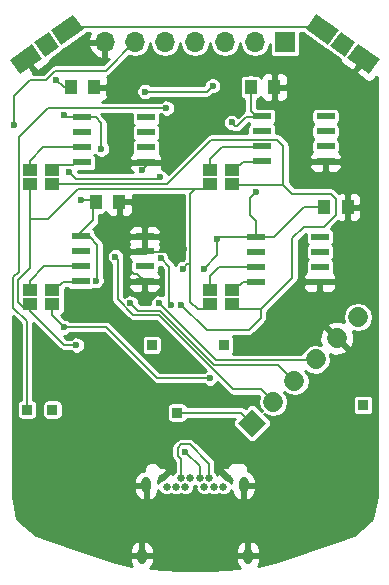
<source format=gbr>
G04 #@! TF.FileFunction,Copper,L2,Bot,Signal*
%FSLAX46Y46*%
G04 Gerber Fmt 4.6, Leading zero omitted, Abs format (unit mm)*
G04 Created by KiCad (PCBNEW 4.0.7-e2-6376~58~ubuntu16.04.1) date Thu Nov 16 15:54:30 2017*
%MOMM*%
%LPD*%
G01*
G04 APERTURE LIST*
%ADD10C,0.100000*%
%ADD11R,1.000000X1.250000*%
%ADD12C,1.700000*%
%ADD13O,0.800000X1.400000*%
%ADD14C,0.650000*%
%ADD15R,1.700000X1.700000*%
%ADD16O,1.700000X1.700000*%
%ADD17R,1.250000X1.000000*%
%ADD18R,0.850000X0.850000*%
%ADD19R,1.550000X0.600000*%
%ADD20C,0.600000*%
%ADD21C,0.200000*%
%ADD22C,0.254000*%
G04 APERTURE END LIST*
D10*
D11*
X209508600Y-89738200D03*
X207508600Y-89738200D03*
X222615000Y-80010000D03*
X220615000Y-80010000D03*
X228838000Y-90170000D03*
X226838000Y-90170000D03*
X207375000Y-80010000D03*
X205375000Y-80010000D03*
D10*
G36*
X221928082Y-108458000D02*
X220726000Y-109660082D01*
X219523918Y-108458000D01*
X220726000Y-107255918D01*
X221928082Y-108458000D01*
X221928082Y-108458000D01*
G37*
D12*
X222522051Y-106661949D02*
X222522051Y-106661949D01*
X224318102Y-104865898D02*
X224318102Y-104865898D01*
X226114154Y-103069846D02*
X226114154Y-103069846D01*
X227910205Y-101273795D02*
X227910205Y-101273795D01*
X229706256Y-99477744D02*
X229706256Y-99477744D01*
D13*
X211770000Y-113730000D03*
X220030000Y-113730000D03*
X220390000Y-119680000D03*
X211410000Y-119680000D03*
D14*
X218700000Y-113130000D03*
X217100000Y-113130000D03*
X216300000Y-113130000D03*
X215500000Y-113130000D03*
X214700000Y-113130000D03*
X213100000Y-113130000D03*
X218300000Y-113830000D03*
X217500000Y-113830000D03*
X216700000Y-113830000D03*
X215100000Y-113830000D03*
X214300000Y-113830000D03*
X213500000Y-113830000D03*
D15*
X223520000Y-76200000D03*
D16*
X220980000Y-76200000D03*
X218440000Y-76200000D03*
X215900000Y-76200000D03*
X213360000Y-76200000D03*
X210820000Y-76200000D03*
X208280000Y-76200000D03*
D10*
G36*
X203174540Y-77466052D02*
X202289548Y-76225340D01*
X203530260Y-75340348D01*
X204415252Y-76581060D01*
X203174540Y-77466052D01*
X203174540Y-77466052D01*
G37*
G36*
X201116456Y-78934069D02*
X200231465Y-77693357D01*
X202103930Y-76357741D01*
X202988921Y-77598453D01*
X201116456Y-78934069D01*
X201116456Y-78934069D01*
G37*
G36*
X204600870Y-76448659D02*
X203715879Y-75207947D01*
X205588344Y-73872331D01*
X206473335Y-75113043D01*
X204600870Y-76448659D01*
X204600870Y-76448659D01*
G37*
G36*
X229485052Y-76199940D02*
X228600060Y-77440652D01*
X227359348Y-76555660D01*
X228244340Y-75314948D01*
X229485052Y-76199940D01*
X229485052Y-76199940D01*
G37*
G36*
X231543135Y-77667957D02*
X230658144Y-78908669D01*
X228785679Y-77573053D01*
X229670670Y-76332341D01*
X231543135Y-77667957D01*
X231543135Y-77667957D01*
G37*
G36*
X228058721Y-75182547D02*
X227173730Y-76423259D01*
X225301265Y-75087643D01*
X226186256Y-73846931D01*
X228058721Y-75182547D01*
X228058721Y-75182547D01*
G37*
D17*
X201930000Y-97218500D03*
X201930000Y-98361500D03*
X203835000Y-97218500D03*
X203835000Y-98361500D03*
X217170000Y-97218500D03*
X217170000Y-98361500D03*
X219075000Y-97218500D03*
X219075000Y-98361500D03*
X217170000Y-87058500D03*
X217170000Y-88201500D03*
X219075000Y-87058500D03*
X219075000Y-88201500D03*
X201930000Y-87058500D03*
X201930000Y-88201500D03*
X203835000Y-87058500D03*
X203835000Y-88201500D03*
D18*
X203835000Y-107315000D03*
X212242400Y-101854000D03*
X218389200Y-101854000D03*
X201676000Y-107315000D03*
X230124000Y-106934000D03*
X214376000Y-107569000D03*
D19*
X211640400Y-92659200D03*
X211640400Y-93929200D03*
X211640400Y-95199200D03*
X211640400Y-96469200D03*
X206240400Y-96469200D03*
X206240400Y-95199200D03*
X206240400Y-93929200D03*
X206240400Y-92659200D03*
X226956600Y-82499200D03*
X226956600Y-83769200D03*
X226956600Y-85039200D03*
X226956600Y-86309200D03*
X221556600Y-86309200D03*
X221556600Y-85039200D03*
X221556600Y-83769200D03*
X221556600Y-82499200D03*
X226474000Y-92684600D03*
X226474000Y-93954600D03*
X226474000Y-95224600D03*
X226474000Y-96494600D03*
X221074000Y-96494600D03*
X221074000Y-95224600D03*
X221074000Y-93954600D03*
X221074000Y-92684600D03*
X211742000Y-82575400D03*
X211742000Y-83845400D03*
X211742000Y-85115400D03*
X211742000Y-86385400D03*
X206342000Y-86385400D03*
X206342000Y-85115400D03*
X206342000Y-83845400D03*
X206342000Y-82575400D03*
D20*
X210870800Y-111048800D03*
X212699600Y-111048800D03*
X213614000Y-109347000D03*
X220319600Y-102285800D03*
X221970600Y-102336600D03*
X211455000Y-86995000D03*
X209550000Y-91440000D03*
X210820000Y-90805000D03*
X212090000Y-90805000D03*
X212090000Y-89535000D03*
X210820000Y-89535000D03*
X208661000Y-80518000D03*
X210312000Y-95377000D03*
X215011000Y-93726000D03*
X204787500Y-82359500D03*
X204165200Y-79375000D03*
X207975200Y-85267800D03*
X218998800Y-83007200D03*
X216662000Y-95377000D03*
X207518000Y-96393000D03*
X206248000Y-89535000D03*
X221107000Y-88900000D03*
X217805000Y-92837000D03*
X200558400Y-83261200D03*
X209169000Y-94361000D03*
X210439000Y-98298000D03*
X212852000Y-98298000D03*
X213868000Y-98475800D03*
X213004400Y-94513400D03*
X213487000Y-81788000D03*
X205867000Y-101854000D03*
X214884000Y-95377000D03*
X217170000Y-104648000D03*
X214757000Y-98425000D03*
X204851000Y-100330000D03*
X215074500Y-110871000D03*
X212902800Y-87604600D03*
X205257400Y-87198200D03*
X211658200Y-80391000D03*
X217398600Y-79908400D03*
D21*
X213512400Y-111074200D02*
X212725000Y-111074200D01*
X212572600Y-109347000D02*
X213614000Y-109347000D01*
X210870800Y-111048800D02*
X212572600Y-109347000D01*
X212725000Y-111074200D02*
X212699600Y-111048800D01*
X213512400Y-112717600D02*
X213100000Y-113130000D01*
X213512400Y-111074200D02*
X213512400Y-112717600D01*
X221919800Y-102285800D02*
X220319600Y-102285800D01*
X221970600Y-102336600D02*
X221919800Y-102285800D01*
X211742000Y-86708000D02*
X211455000Y-86995000D01*
X211742000Y-86385400D02*
X211742000Y-86708000D01*
X210185000Y-91440000D02*
X209550000Y-91440000D01*
X210820000Y-90805000D02*
X210185000Y-91440000D01*
X212090000Y-89535000D02*
X212090000Y-90805000D01*
X209508600Y-89738200D02*
X210616800Y-89738200D01*
X210616800Y-89738200D02*
X210820000Y-89535000D01*
X207375000Y-80010000D02*
X208153000Y-80010000D01*
X208153000Y-80010000D02*
X208661000Y-80518000D01*
X211005400Y-95834200D02*
X211640400Y-96469200D01*
X210769200Y-95834200D02*
X211005400Y-95834200D01*
X210312000Y-95377000D02*
X210769200Y-95834200D01*
X214757000Y-93980000D02*
X213250000Y-93980000D01*
X215011000Y-93726000D02*
X214757000Y-93980000D01*
X212090000Y-93980000D02*
X213250000Y-93980000D01*
X206342000Y-82575400D02*
X205003400Y-82575400D01*
X205003400Y-82575400D02*
X204787500Y-82359500D01*
X205420253Y-74928214D02*
X226328947Y-74928214D01*
X226328947Y-74928214D02*
X226354347Y-74902814D01*
X205375000Y-80010000D02*
X204800200Y-80010000D01*
X204800200Y-80010000D02*
X204165200Y-79375000D01*
X206342000Y-82575400D02*
X207492600Y-82575400D01*
X207975200Y-83058000D02*
X207975200Y-85267800D01*
X207492600Y-82575400D02*
X207975200Y-83058000D01*
X219278200Y-83286600D02*
X219481400Y-83286600D01*
X218998800Y-83007200D02*
X219278200Y-83286600D01*
X206248000Y-89535000D02*
X207305400Y-89535000D01*
X207305400Y-89535000D02*
X207508600Y-89738200D01*
X226838000Y-90170000D02*
X225171000Y-90170000D01*
X222631000Y-92710000D02*
X221107000Y-92710000D01*
X225171000Y-90170000D02*
X222631000Y-92710000D01*
X205867000Y-82550000D02*
X206883000Y-82550000D01*
X220615000Y-80010000D02*
X220615000Y-79422500D01*
X220218000Y-82550000D02*
X221107000Y-82550000D01*
X219481400Y-83286600D02*
X220218000Y-82550000D01*
X217805000Y-94234000D02*
X217805000Y-92837000D01*
X216662000Y-95377000D02*
X217805000Y-94234000D01*
X207010000Y-92710000D02*
X205867000Y-92710000D01*
X207645000Y-93345000D02*
X207010000Y-92710000D01*
X207645000Y-96266000D02*
X207645000Y-93345000D01*
X207518000Y-96393000D02*
X207645000Y-96266000D01*
X220583000Y-90805000D02*
X220583000Y-89424000D01*
X220583000Y-89424000D02*
X221107000Y-88900000D01*
X217932000Y-92710000D02*
X221107000Y-92710000D01*
X217805000Y-92837000D02*
X217932000Y-92710000D01*
X221107000Y-92710000D02*
X221107000Y-91329000D01*
X221107000Y-91329000D02*
X220583000Y-90805000D01*
X220615000Y-80010000D02*
X220615000Y-82058000D01*
X220615000Y-82058000D02*
X221107000Y-82550000D01*
X207280000Y-90170000D02*
X207280000Y-91297000D01*
X207280000Y-91297000D02*
X205867000Y-92710000D01*
X214376000Y-107569000D02*
X219837000Y-107569000D01*
X219837000Y-107569000D02*
X220726000Y-108458000D01*
X201942700Y-79387700D02*
X203288900Y-79387700D01*
X203288900Y-79387700D02*
X204063600Y-78613000D01*
X210820000Y-76200000D02*
X210743800Y-76200000D01*
X210743800Y-76200000D02*
X208330800Y-78613000D01*
X208330800Y-78613000D02*
X204063600Y-78613000D01*
X200558400Y-80772000D02*
X200558400Y-83261200D01*
X201942700Y-79387700D02*
X200558400Y-80772000D01*
X210820000Y-76200000D02*
X210820000Y-75438000D01*
X209169000Y-94361000D02*
X209359500Y-94551500D01*
X209359500Y-94551500D02*
X209359500Y-97980500D01*
X209359500Y-97980500D02*
X210693000Y-99314000D01*
X210693000Y-99314000D02*
X212852000Y-99314000D01*
X212852000Y-99314000D02*
X219138500Y-105600500D01*
X219138500Y-105600500D02*
X221460602Y-105600500D01*
X221460602Y-105600500D02*
X222522051Y-106661949D01*
X222957204Y-103505000D02*
X224318102Y-104865898D01*
X217551000Y-103505000D02*
X222957204Y-103505000D01*
X212979000Y-98933000D02*
X217551000Y-103505000D01*
X211074000Y-98933000D02*
X212979000Y-98933000D01*
X210439000Y-98298000D02*
X211074000Y-98933000D01*
X217678000Y-103124000D02*
X226060000Y-103124000D01*
X212852000Y-98298000D02*
X217678000Y-103124000D01*
X226060000Y-103124000D02*
X226114154Y-103069846D01*
X213715600Y-98323400D02*
X213868000Y-98475800D01*
X213715600Y-95224600D02*
X213715600Y-98323400D01*
X213004400Y-94513400D02*
X213715600Y-95224600D01*
X201676000Y-100939600D02*
X201676000Y-99822000D01*
X201676000Y-99822000D02*
X200533000Y-98679000D01*
X200990200Y-84251800D02*
X200990200Y-95656400D01*
X200990200Y-95656400D02*
X200533000Y-96113600D01*
X211391500Y-81788000D02*
X203454000Y-81788000D01*
X201676000Y-107315000D02*
X201676000Y-100939600D01*
X200533000Y-98679000D02*
X200533000Y-96113600D01*
X211391500Y-81788000D02*
X213487000Y-81788000D01*
X200990200Y-84251800D02*
X203454000Y-81788000D01*
X204825600Y-101854000D02*
X204825600Y-101828600D01*
X201930000Y-98933000D02*
X201930000Y-98361500D01*
X204825600Y-101828600D02*
X201930000Y-98933000D01*
X201930000Y-91186000D02*
X201930000Y-95326200D01*
X201930000Y-95326200D02*
X200914000Y-96342200D01*
X201930000Y-91186000D02*
X203454000Y-91186000D01*
X205994000Y-88646000D02*
X216725500Y-88646000D01*
X203454000Y-91186000D02*
X205994000Y-88646000D01*
X216725500Y-88646000D02*
X217170000Y-88201500D01*
X201930000Y-88630000D02*
X201406000Y-88630000D01*
X201930000Y-98790000D02*
X201533000Y-98790000D01*
X201533000Y-98790000D02*
X200914000Y-98171000D01*
X200914000Y-98171000D02*
X200914000Y-96342200D01*
X201930000Y-91186000D02*
X201930000Y-88630000D01*
X204825600Y-101854000D02*
X205867000Y-101854000D01*
X215519000Y-94996000D02*
X215265000Y-94996000D01*
X215265000Y-94996000D02*
X214884000Y-95377000D01*
X216154000Y-88630000D02*
X215916000Y-88630000D01*
X216154000Y-88630000D02*
X217170000Y-88630000D01*
X216138000Y-98790000D02*
X217170000Y-98790000D01*
X215519000Y-98171000D02*
X216138000Y-98790000D01*
X215519000Y-89027000D02*
X215519000Y-94996000D01*
X215519000Y-94996000D02*
X215519000Y-98171000D01*
X215916000Y-88630000D02*
X215519000Y-89027000D01*
X225488500Y-91821000D02*
X225107500Y-91821000D01*
X225107500Y-91821000D02*
X224155000Y-92773500D01*
X226822000Y-91821000D02*
X225488500Y-91821000D01*
X204851000Y-100330000D02*
X208407000Y-100330000D01*
X208407000Y-100330000D02*
X212725000Y-104648000D01*
X212725000Y-104648000D02*
X217170000Y-104648000D01*
X216916000Y-100584000D02*
X220472000Y-100584000D01*
X220472000Y-100584000D02*
X221488000Y-99568000D01*
X221488000Y-99568000D02*
X221488000Y-98790000D01*
X214757000Y-98425000D02*
X216916000Y-100584000D01*
X221488000Y-98790000D02*
X221504000Y-98790000D01*
X221504000Y-98790000D02*
X224155000Y-96139000D01*
X224155000Y-96139000D02*
X224155000Y-92773500D01*
X203835000Y-88201500D02*
X213525100Y-88201500D01*
X223393000Y-84988400D02*
X223393000Y-88265000D01*
X222859600Y-84455000D02*
X223393000Y-84988400D01*
X217271600Y-84455000D02*
X222859600Y-84455000D01*
X213525100Y-88201500D02*
X217271600Y-84455000D01*
X224155000Y-89027000D02*
X227393500Y-89027000D01*
X227838000Y-90805000D02*
X226822000Y-91821000D01*
X227838000Y-89471500D02*
X227838000Y-90805000D01*
X227393500Y-89027000D02*
X227838000Y-89471500D01*
X219075000Y-98790000D02*
X221488000Y-98790000D01*
X203835000Y-98790000D02*
X203835000Y-99314000D01*
X203835000Y-99314000D02*
X204851000Y-100330000D01*
X224155000Y-89027000D02*
X223393000Y-88265000D01*
X223393000Y-88265000D02*
X219440000Y-88265000D01*
X219440000Y-88265000D02*
X219075000Y-88630000D01*
X214700000Y-113130000D02*
X214700000Y-111512500D01*
X217100000Y-111880500D02*
X217100000Y-113130000D01*
X215455500Y-110236000D02*
X217100000Y-111880500D01*
X214757000Y-110236000D02*
X215455500Y-110236000D01*
X214439500Y-110553500D02*
X214757000Y-110236000D01*
X214439500Y-111252000D02*
X214439500Y-110553500D01*
X214700000Y-111512500D02*
X214439500Y-111252000D01*
X216300000Y-113130000D02*
X216300000Y-112096500D01*
X216300000Y-112096500D02*
X215074500Y-110871000D01*
X201930000Y-97218500D02*
X201930000Y-96418400D01*
X203149200Y-95199200D02*
X206240400Y-95199200D01*
X201930000Y-96418400D02*
X203149200Y-95199200D01*
X217932000Y-95250000D02*
X221090000Y-95250000D01*
X217170000Y-96012000D02*
X217932000Y-95250000D01*
X217170000Y-96790000D02*
X217170000Y-96012000D01*
X219075000Y-86630000D02*
X219694000Y-86630000D01*
X219694000Y-86630000D02*
X219964000Y-86360000D01*
X219964000Y-86360000D02*
X221090000Y-86360000D01*
X201930000Y-86630000D02*
X201930000Y-86233000D01*
X201930000Y-86233000D02*
X203073000Y-85090000D01*
X203073000Y-85090000D02*
X205850000Y-85090000D01*
X223520000Y-76200000D02*
X223329500Y-76200000D01*
X215900000Y-76200000D02*
X216027000Y-76200000D01*
X213360000Y-76200000D02*
X213677500Y-76200000D01*
X217170000Y-86630000D02*
X217170000Y-86106000D01*
X217170000Y-86106000D02*
X218186000Y-85090000D01*
X218186000Y-85090000D02*
X221090000Y-85090000D01*
X203835000Y-96790000D02*
X204454000Y-96790000D01*
X204454000Y-96790000D02*
X204724000Y-96520000D01*
X204724000Y-96520000D02*
X205850000Y-96520000D01*
X219075000Y-96790000D02*
X219694000Y-96790000D01*
X219694000Y-96790000D02*
X219964000Y-96520000D01*
X219964000Y-96520000D02*
X221090000Y-96520000D01*
X203835000Y-86630000D02*
X205580000Y-86630000D01*
X205580000Y-86630000D02*
X205850000Y-86360000D01*
X212902800Y-87604600D02*
X212750400Y-87757000D01*
X212750400Y-87757000D02*
X205816200Y-87757000D01*
X205816200Y-87757000D02*
X205257400Y-87198200D01*
X216916000Y-80391000D02*
X211658200Y-80391000D01*
X217398600Y-79908400D02*
X216916000Y-80391000D01*
D22*
G36*
X226920912Y-76777696D02*
X227030041Y-76828222D01*
X227106530Y-76910097D01*
X228156202Y-77658821D01*
X228180235Y-77802435D01*
X228314102Y-78016668D01*
X229120531Y-78591889D01*
X229341959Y-78554834D01*
X229987265Y-77650148D01*
X229970983Y-77638534D01*
X230118481Y-77431748D01*
X230134764Y-77443363D01*
X230146378Y-77427081D01*
X230353164Y-77574579D01*
X230341549Y-77590862D01*
X230357831Y-77602476D01*
X230210333Y-77809262D01*
X230194050Y-77797647D01*
X229548744Y-78702333D01*
X229585798Y-78923760D01*
X230392228Y-79498981D01*
X230638372Y-79555807D01*
X230887526Y-79514114D01*
X231101759Y-79380247D01*
X231248456Y-79174586D01*
X231273000Y-79140176D01*
X231273000Y-114637048D01*
X230930518Y-116577779D01*
X229386465Y-117920434D01*
X222921524Y-120117017D01*
X221269805Y-120525690D01*
X221297615Y-120493410D01*
X221425000Y-120107000D01*
X221425000Y-119807000D01*
X220517000Y-119807000D01*
X220517000Y-119827000D01*
X220263000Y-119827000D01*
X220263000Y-119807000D01*
X219355000Y-119807000D01*
X219355000Y-120107000D01*
X219482385Y-120493410D01*
X219701453Y-120747691D01*
X217285425Y-120859200D01*
X214514575Y-120859200D01*
X212098547Y-120747691D01*
X212317615Y-120493410D01*
X212445000Y-120107000D01*
X212445000Y-119807000D01*
X211537000Y-119807000D01*
X211537000Y-119827000D01*
X211283000Y-119827000D01*
X211283000Y-119807000D01*
X210375000Y-119807000D01*
X210375000Y-120107000D01*
X210502385Y-120493410D01*
X210530195Y-120525690D01*
X208878490Y-120117020D01*
X206335521Y-119253000D01*
X210375000Y-119253000D01*
X210375000Y-119553000D01*
X211283000Y-119553000D01*
X211283000Y-118513002D01*
X211537000Y-118513002D01*
X211537000Y-119553000D01*
X212445000Y-119553000D01*
X212445000Y-119253000D01*
X219355000Y-119253000D01*
X219355000Y-119553000D01*
X220263000Y-119553000D01*
X220263000Y-118513002D01*
X220517000Y-118513002D01*
X220517000Y-119553000D01*
X221425000Y-119553000D01*
X221425000Y-119253000D01*
X221297615Y-118866590D01*
X221032053Y-118558342D01*
X220676123Y-118385334D01*
X220517000Y-118513002D01*
X220263000Y-118513002D01*
X220103877Y-118385334D01*
X219747947Y-118558342D01*
X219482385Y-118866590D01*
X219355000Y-119253000D01*
X212445000Y-119253000D01*
X212317615Y-118866590D01*
X212052053Y-118558342D01*
X211696123Y-118385334D01*
X211537000Y-118513002D01*
X211283000Y-118513002D01*
X211123877Y-118385334D01*
X210767947Y-118558342D01*
X210502385Y-118866590D01*
X210375000Y-119253000D01*
X206335521Y-119253000D01*
X202413536Y-117920435D01*
X200869482Y-116577779D01*
X200527000Y-114637048D01*
X200527000Y-113857000D01*
X210735000Y-113857000D01*
X210735000Y-114157000D01*
X210862385Y-114543410D01*
X211127947Y-114851658D01*
X211483877Y-115024666D01*
X211643000Y-114896998D01*
X211643000Y-113857000D01*
X210735000Y-113857000D01*
X200527000Y-113857000D01*
X200527000Y-113303000D01*
X210735000Y-113303000D01*
X210735000Y-113603000D01*
X211643000Y-113603000D01*
X211643000Y-113583000D01*
X211897000Y-113583000D01*
X211897000Y-113603000D01*
X211917000Y-113603000D01*
X211917000Y-113857000D01*
X211897000Y-113857000D01*
X211897000Y-114896998D01*
X212056123Y-115024666D01*
X212412053Y-114851658D01*
X212677615Y-114543410D01*
X212805000Y-114157000D01*
X212805000Y-114117194D01*
X212862113Y-114255418D01*
X213073470Y-114467143D01*
X213349762Y-114581870D01*
X213648926Y-114582131D01*
X213900278Y-114478275D01*
X214149762Y-114581870D01*
X214448926Y-114582131D01*
X214700278Y-114478275D01*
X214949762Y-114581870D01*
X215248926Y-114582131D01*
X215525418Y-114467887D01*
X215737143Y-114256530D01*
X215851870Y-113980238D01*
X215852029Y-113798211D01*
X215900278Y-113778275D01*
X215948027Y-113798102D01*
X215947869Y-113978926D01*
X216062113Y-114255418D01*
X216273470Y-114467143D01*
X216549762Y-114581870D01*
X216848926Y-114582131D01*
X217100278Y-114478275D01*
X217349762Y-114581870D01*
X217648926Y-114582131D01*
X217900278Y-114478275D01*
X218149762Y-114581870D01*
X218448926Y-114582131D01*
X218725418Y-114467887D01*
X218937143Y-114256530D01*
X218995000Y-114117196D01*
X218995000Y-114157000D01*
X219122385Y-114543410D01*
X219387947Y-114851658D01*
X219743877Y-115024666D01*
X219903000Y-114896998D01*
X219903000Y-113857000D01*
X220157000Y-113857000D01*
X220157000Y-114896998D01*
X220316123Y-115024666D01*
X220672053Y-114851658D01*
X220937615Y-114543410D01*
X221065000Y-114157000D01*
X221065000Y-113857000D01*
X220157000Y-113857000D01*
X219903000Y-113857000D01*
X219883000Y-113857000D01*
X219883000Y-113603000D01*
X219903000Y-113603000D01*
X219903000Y-113583000D01*
X220157000Y-113583000D01*
X220157000Y-113603000D01*
X221065000Y-113603000D01*
X221065000Y-113303000D01*
X220937615Y-112916590D01*
X220672053Y-112608342D01*
X220418643Y-112485166D01*
X220419671Y-112480000D01*
X220362428Y-112192222D01*
X220199415Y-111948256D01*
X219955449Y-111785243D01*
X219667671Y-111728000D01*
X219332329Y-111728000D01*
X219044551Y-111785243D01*
X218800585Y-111948256D01*
X218652165Y-112170382D01*
X218422738Y-112191283D01*
X218232279Y-112270173D01*
X218216930Y-112467325D01*
X218700000Y-112950395D01*
X218714143Y-112936253D01*
X218893748Y-113115858D01*
X218879605Y-113130000D01*
X219009282Y-113259677D01*
X218995000Y-113303000D01*
X218995000Y-113542806D01*
X218937887Y-113404582D01*
X218726530Y-113192857D01*
X218481511Y-113091116D01*
X218037325Y-112646930D01*
X217840173Y-112662279D01*
X217788706Y-112827573D01*
X217737887Y-112704582D01*
X217627000Y-112593502D01*
X217627000Y-111880500D01*
X217586885Y-111678826D01*
X217586885Y-111678825D01*
X217472645Y-111507855D01*
X215828145Y-109863355D01*
X215657175Y-109749115D01*
X215455500Y-109709000D01*
X214757000Y-109709000D01*
X214555326Y-109749115D01*
X214384355Y-109863355D01*
X214066855Y-110180855D01*
X213952615Y-110351825D01*
X213952615Y-110351826D01*
X213912500Y-110553500D01*
X213912500Y-111252000D01*
X213952615Y-111453675D01*
X214066855Y-111624645D01*
X214173000Y-111730790D01*
X214173000Y-112593518D01*
X214062857Y-112703470D01*
X214019820Y-112807115D01*
X213959827Y-112662279D01*
X213762675Y-112646930D01*
X213318119Y-113091486D01*
X213074582Y-113192113D01*
X212862857Y-113403470D01*
X212805000Y-113542804D01*
X212805000Y-113303000D01*
X212790718Y-113259677D01*
X212920395Y-113130000D01*
X212906253Y-113115858D01*
X213085858Y-112936253D01*
X213100000Y-112950395D01*
X213583070Y-112467325D01*
X213567721Y-112270173D01*
X213203076Y-112156634D01*
X212988144Y-112176214D01*
X212937887Y-112054582D01*
X212726530Y-111842857D01*
X212450238Y-111728130D01*
X212151074Y-111727869D01*
X211874582Y-111842113D01*
X211662857Y-112053470D01*
X211548130Y-112329762D01*
X211547993Y-112486776D01*
X211483877Y-112435334D01*
X211127947Y-112608342D01*
X210862385Y-112916590D01*
X210735000Y-113303000D01*
X200527000Y-113303000D01*
X200527000Y-99418290D01*
X201149000Y-100040290D01*
X201149000Y-106473827D01*
X201092763Y-106484409D01*
X200947433Y-106577927D01*
X200849936Y-106720619D01*
X200815635Y-106890000D01*
X200815635Y-107740000D01*
X200845409Y-107898237D01*
X200938927Y-108043567D01*
X201081619Y-108141064D01*
X201251000Y-108175365D01*
X202101000Y-108175365D01*
X202259237Y-108145591D01*
X202404567Y-108052073D01*
X202502064Y-107909381D01*
X202536365Y-107740000D01*
X202536365Y-106890000D01*
X202974635Y-106890000D01*
X202974635Y-107740000D01*
X203004409Y-107898237D01*
X203097927Y-108043567D01*
X203240619Y-108141064D01*
X203410000Y-108175365D01*
X204260000Y-108175365D01*
X204418237Y-108145591D01*
X204563567Y-108052073D01*
X204661064Y-107909381D01*
X204695365Y-107740000D01*
X204695365Y-106890000D01*
X204665591Y-106731763D01*
X204572073Y-106586433D01*
X204429381Y-106488936D01*
X204260000Y-106454635D01*
X203410000Y-106454635D01*
X203251763Y-106484409D01*
X203106433Y-106577927D01*
X203008936Y-106720619D01*
X202974635Y-106890000D01*
X202536365Y-106890000D01*
X202506591Y-106731763D01*
X202413073Y-106586433D01*
X202270381Y-106488936D01*
X202203000Y-106475291D01*
X202203000Y-99951290D01*
X204401807Y-102150097D01*
X204452955Y-102226645D01*
X204623926Y-102340885D01*
X204825600Y-102381000D01*
X205365844Y-102381000D01*
X205454650Y-102469961D01*
X205721756Y-102580874D01*
X206010975Y-102581126D01*
X206278275Y-102470680D01*
X206482961Y-102266350D01*
X206593874Y-101999244D01*
X206594126Y-101710025D01*
X206483680Y-101442725D01*
X206279350Y-101238039D01*
X206012244Y-101127126D01*
X205723025Y-101126874D01*
X205455725Y-101237320D01*
X205365889Y-101327000D01*
X205069290Y-101327000D01*
X204799245Y-101056955D01*
X204994975Y-101057126D01*
X205262275Y-100946680D01*
X205352111Y-100857000D01*
X208188710Y-100857000D01*
X212352355Y-105020645D01*
X212523325Y-105134885D01*
X212556785Y-105141540D01*
X212725000Y-105175000D01*
X216668844Y-105175000D01*
X216757650Y-105263961D01*
X217024756Y-105374874D01*
X217313975Y-105375126D01*
X217581275Y-105264680D01*
X217785961Y-105060350D01*
X217805648Y-105012939D01*
X218765855Y-105973146D01*
X218936826Y-106087385D01*
X219138500Y-106127500D01*
X221242312Y-106127500D01*
X221315578Y-106200766D01*
X221227362Y-106644259D01*
X221324567Y-107132945D01*
X221537694Y-107451912D01*
X221033850Y-106948068D01*
X220900906Y-106857232D01*
X220732014Y-106820595D01*
X220562175Y-106852552D01*
X220418150Y-106948068D01*
X220185798Y-107180420D01*
X220038675Y-107082115D01*
X219837000Y-107042000D01*
X215217173Y-107042000D01*
X215206591Y-106985763D01*
X215113073Y-106840433D01*
X214970381Y-106742936D01*
X214801000Y-106708635D01*
X213951000Y-106708635D01*
X213792763Y-106738409D01*
X213647433Y-106831927D01*
X213549936Y-106974619D01*
X213515635Y-107144000D01*
X213515635Y-107994000D01*
X213545409Y-108152237D01*
X213638927Y-108297567D01*
X213781619Y-108395064D01*
X213951000Y-108429365D01*
X214801000Y-108429365D01*
X214959237Y-108399591D01*
X215104567Y-108306073D01*
X215202064Y-108163381D01*
X215215709Y-108096000D01*
X219270218Y-108096000D01*
X219216068Y-108150150D01*
X219125232Y-108283094D01*
X219088595Y-108451986D01*
X219120552Y-108621825D01*
X219216068Y-108765850D01*
X220418150Y-109967932D01*
X220551094Y-110058768D01*
X220719986Y-110095405D01*
X220889825Y-110063448D01*
X221033850Y-109967932D01*
X222235932Y-108765850D01*
X222326768Y-108632906D01*
X222363405Y-108464014D01*
X222331448Y-108294175D01*
X222235932Y-108150150D01*
X221732088Y-107646306D01*
X222051055Y-107859433D01*
X222539741Y-107956639D01*
X223028428Y-107859433D01*
X223442716Y-107582614D01*
X223719535Y-107168326D01*
X223816741Y-106679639D01*
X223782799Y-106509000D01*
X229263635Y-106509000D01*
X229263635Y-107359000D01*
X229293409Y-107517237D01*
X229386927Y-107662567D01*
X229529619Y-107760064D01*
X229699000Y-107794365D01*
X230549000Y-107794365D01*
X230707237Y-107764591D01*
X230852567Y-107671073D01*
X230950064Y-107528381D01*
X230984365Y-107359000D01*
X230984365Y-106509000D01*
X230954591Y-106350763D01*
X230861073Y-106205433D01*
X230718381Y-106107936D01*
X230549000Y-106073635D01*
X229699000Y-106073635D01*
X229540763Y-106103409D01*
X229395433Y-106196927D01*
X229297936Y-106339619D01*
X229263635Y-106509000D01*
X223782799Y-106509000D01*
X223719535Y-106190953D01*
X223462649Y-105806496D01*
X223847106Y-106063382D01*
X224335792Y-106160588D01*
X224824479Y-106063382D01*
X225238767Y-105786563D01*
X225515586Y-105372275D01*
X225612792Y-104883588D01*
X225515586Y-104394902D01*
X225258698Y-104010442D01*
X225643158Y-104267330D01*
X226131844Y-104364536D01*
X226620531Y-104267330D01*
X227034819Y-103990511D01*
X227311638Y-103576223D01*
X227408844Y-103087536D01*
X227313213Y-102606767D01*
X227688297Y-102742131D01*
X228267097Y-102715281D01*
X228677123Y-102545432D01*
X228753893Y-102297088D01*
X227910205Y-101453400D01*
X227896063Y-101467543D01*
X227716458Y-101287938D01*
X227730600Y-101273795D01*
X226886912Y-100430107D01*
X226638568Y-100506877D01*
X226468719Y-100916903D01*
X226441869Y-101495703D01*
X226577233Y-101870787D01*
X226096464Y-101775157D01*
X225607778Y-101872362D01*
X225193489Y-102149181D01*
X224916670Y-102563470D01*
X224910001Y-102597000D01*
X219108556Y-102597000D01*
X219117767Y-102591073D01*
X219215264Y-102448381D01*
X219249565Y-102279000D01*
X219249565Y-101429000D01*
X219219791Y-101270763D01*
X219126273Y-101125433D01*
X219105150Y-101111000D01*
X220472000Y-101111000D01*
X220673675Y-101070885D01*
X220844645Y-100956645D01*
X221550788Y-100250502D01*
X227066517Y-100250502D01*
X227910205Y-101094190D01*
X227924348Y-101080048D01*
X228103953Y-101259653D01*
X228089810Y-101273795D01*
X228933498Y-102117483D01*
X229181842Y-102040713D01*
X229351691Y-101630687D01*
X229378541Y-101051887D01*
X229243177Y-100676803D01*
X229723946Y-100772434D01*
X230212633Y-100675228D01*
X230626921Y-100398409D01*
X230903740Y-99984121D01*
X231000946Y-99495434D01*
X230903740Y-99006748D01*
X230626921Y-98592459D01*
X230591541Y-98557079D01*
X230177252Y-98280260D01*
X229688566Y-98183055D01*
X229199880Y-98280260D01*
X228785591Y-98557079D01*
X228508772Y-98971368D01*
X228411567Y-99460054D01*
X228507197Y-99940823D01*
X228132113Y-99805459D01*
X227553313Y-99832309D01*
X227143287Y-100002158D01*
X227066517Y-100250502D01*
X221550788Y-100250502D01*
X221860645Y-99940645D01*
X221974885Y-99769675D01*
X222015000Y-99568000D01*
X222015000Y-99024290D01*
X224258940Y-96780350D01*
X225064000Y-96780350D01*
X225064000Y-96920910D01*
X225160673Y-97154299D01*
X225339302Y-97332927D01*
X225572691Y-97429600D01*
X226188250Y-97429600D01*
X226347000Y-97270850D01*
X226347000Y-96621600D01*
X226601000Y-96621600D01*
X226601000Y-97270850D01*
X226759750Y-97429600D01*
X227375309Y-97429600D01*
X227608698Y-97332927D01*
X227787327Y-97154299D01*
X227884000Y-96920910D01*
X227884000Y-96780350D01*
X227725250Y-96621600D01*
X226601000Y-96621600D01*
X226347000Y-96621600D01*
X225222750Y-96621600D01*
X225064000Y-96780350D01*
X224258940Y-96780350D01*
X224527645Y-96511645D01*
X224641885Y-96340675D01*
X224682000Y-96139000D01*
X224682000Y-92991790D01*
X225263635Y-92410156D01*
X225263635Y-92984600D01*
X225293409Y-93142837D01*
X225386927Y-93288167D01*
X225432025Y-93318981D01*
X225395433Y-93342527D01*
X225297936Y-93485219D01*
X225263635Y-93654600D01*
X225263635Y-94254600D01*
X225293409Y-94412837D01*
X225386927Y-94558167D01*
X225432025Y-94588981D01*
X225395433Y-94612527D01*
X225297936Y-94755219D01*
X225263635Y-94924600D01*
X225263635Y-95524600D01*
X225293409Y-95682837D01*
X225300977Y-95694598D01*
X225160673Y-95834901D01*
X225064000Y-96068290D01*
X225064000Y-96208850D01*
X225222750Y-96367600D01*
X226347000Y-96367600D01*
X226347000Y-96347600D01*
X226601000Y-96347600D01*
X226601000Y-96367600D01*
X227725250Y-96367600D01*
X227884000Y-96208850D01*
X227884000Y-96068290D01*
X227787327Y-95834901D01*
X227648579Y-95696154D01*
X227650064Y-95693981D01*
X227684365Y-95524600D01*
X227684365Y-94924600D01*
X227654591Y-94766363D01*
X227561073Y-94621033D01*
X227515975Y-94590219D01*
X227552567Y-94566673D01*
X227650064Y-94423981D01*
X227684365Y-94254600D01*
X227684365Y-93654600D01*
X227654591Y-93496363D01*
X227561073Y-93351033D01*
X227515975Y-93320219D01*
X227552567Y-93296673D01*
X227650064Y-93153981D01*
X227684365Y-92984600D01*
X227684365Y-92384600D01*
X227654591Y-92226363D01*
X227561073Y-92081033D01*
X227418381Y-91983536D01*
X227407049Y-91981241D01*
X228032509Y-91355781D01*
X228211691Y-91430000D01*
X228552250Y-91430000D01*
X228711000Y-91271250D01*
X228711000Y-90297000D01*
X228965000Y-90297000D01*
X228965000Y-91271250D01*
X229123750Y-91430000D01*
X229464309Y-91430000D01*
X229697698Y-91333327D01*
X229876327Y-91154699D01*
X229973000Y-90921310D01*
X229973000Y-90455750D01*
X229814250Y-90297000D01*
X228965000Y-90297000D01*
X228711000Y-90297000D01*
X228691000Y-90297000D01*
X228691000Y-90043000D01*
X228711000Y-90043000D01*
X228711000Y-89068750D01*
X228965000Y-89068750D01*
X228965000Y-90043000D01*
X229814250Y-90043000D01*
X229973000Y-89884250D01*
X229973000Y-89418690D01*
X229876327Y-89185301D01*
X229697698Y-89006673D01*
X229464309Y-88910000D01*
X229123750Y-88910000D01*
X228965000Y-89068750D01*
X228711000Y-89068750D01*
X228552250Y-88910000D01*
X228211691Y-88910000D01*
X228077411Y-88965621D01*
X227766145Y-88654355D01*
X227595175Y-88540115D01*
X227393500Y-88500000D01*
X224373290Y-88500000D01*
X223920000Y-88046710D01*
X223920000Y-86594950D01*
X225546600Y-86594950D01*
X225546600Y-86735510D01*
X225643273Y-86968899D01*
X225821902Y-87147527D01*
X226055291Y-87244200D01*
X226670850Y-87244200D01*
X226829600Y-87085450D01*
X226829600Y-86436200D01*
X227083600Y-86436200D01*
X227083600Y-87085450D01*
X227242350Y-87244200D01*
X227857909Y-87244200D01*
X228091298Y-87147527D01*
X228269927Y-86968899D01*
X228366600Y-86735510D01*
X228366600Y-86594950D01*
X228207850Y-86436200D01*
X227083600Y-86436200D01*
X226829600Y-86436200D01*
X225705350Y-86436200D01*
X225546600Y-86594950D01*
X223920000Y-86594950D01*
X223920000Y-85882890D01*
X225546600Y-85882890D01*
X225546600Y-86023450D01*
X225705350Y-86182200D01*
X226829600Y-86182200D01*
X226829600Y-86162200D01*
X227083600Y-86162200D01*
X227083600Y-86182200D01*
X228207850Y-86182200D01*
X228366600Y-86023450D01*
X228366600Y-85882890D01*
X228269927Y-85649501D01*
X228131179Y-85510754D01*
X228132664Y-85508581D01*
X228166965Y-85339200D01*
X228166965Y-84739200D01*
X228137191Y-84580963D01*
X228043673Y-84435633D01*
X227998575Y-84404819D01*
X228035167Y-84381273D01*
X228132664Y-84238581D01*
X228166965Y-84069200D01*
X228166965Y-83469200D01*
X228137191Y-83310963D01*
X228043673Y-83165633D01*
X227998575Y-83134819D01*
X228035167Y-83111273D01*
X228132664Y-82968581D01*
X228166965Y-82799200D01*
X228166965Y-82199200D01*
X228137191Y-82040963D01*
X228043673Y-81895633D01*
X227900981Y-81798136D01*
X227731600Y-81763835D01*
X226181600Y-81763835D01*
X226023363Y-81793609D01*
X225878033Y-81887127D01*
X225780536Y-82029819D01*
X225746235Y-82199200D01*
X225746235Y-82799200D01*
X225776009Y-82957437D01*
X225869527Y-83102767D01*
X225914625Y-83133581D01*
X225878033Y-83157127D01*
X225780536Y-83299819D01*
X225746235Y-83469200D01*
X225746235Y-84069200D01*
X225776009Y-84227437D01*
X225869527Y-84372767D01*
X225914625Y-84403581D01*
X225878033Y-84427127D01*
X225780536Y-84569819D01*
X225746235Y-84739200D01*
X225746235Y-85339200D01*
X225776009Y-85497437D01*
X225783577Y-85509198D01*
X225643273Y-85649501D01*
X225546600Y-85882890D01*
X223920000Y-85882890D01*
X223920000Y-84988400D01*
X223879885Y-84786726D01*
X223847785Y-84738685D01*
X223765646Y-84615755D01*
X223232245Y-84082355D01*
X223061275Y-83968115D01*
X222859600Y-83928000D01*
X222766965Y-83928000D01*
X222766965Y-83469200D01*
X222737191Y-83310963D01*
X222643673Y-83165633D01*
X222598575Y-83134819D01*
X222635167Y-83111273D01*
X222732664Y-82968581D01*
X222766965Y-82799200D01*
X222766965Y-82199200D01*
X222737191Y-82040963D01*
X222643673Y-81895633D01*
X222500981Y-81798136D01*
X222331600Y-81763835D01*
X221142000Y-81763835D01*
X221142000Y-81065285D01*
X221273237Y-81040591D01*
X221418567Y-80947073D01*
X221504719Y-80820986D01*
X221576673Y-80994699D01*
X221755302Y-81173327D01*
X221988691Y-81270000D01*
X222329250Y-81270000D01*
X222488000Y-81111250D01*
X222488000Y-80137000D01*
X222742000Y-80137000D01*
X222742000Y-81111250D01*
X222900750Y-81270000D01*
X223241309Y-81270000D01*
X223474698Y-81173327D01*
X223653327Y-80994699D01*
X223750000Y-80761310D01*
X223750000Y-80295750D01*
X223591250Y-80137000D01*
X222742000Y-80137000D01*
X222488000Y-80137000D01*
X222468000Y-80137000D01*
X222468000Y-79883000D01*
X222488000Y-79883000D01*
X222488000Y-78908750D01*
X222742000Y-78908750D01*
X222742000Y-79883000D01*
X223591250Y-79883000D01*
X223750000Y-79724250D01*
X223750000Y-79258690D01*
X223653327Y-79025301D01*
X223474698Y-78846673D01*
X223241309Y-78750000D01*
X222900750Y-78750000D01*
X222742000Y-78908750D01*
X222488000Y-78908750D01*
X222329250Y-78750000D01*
X221988691Y-78750000D01*
X221755302Y-78846673D01*
X221576673Y-79025301D01*
X221503942Y-79200890D01*
X221427073Y-79081433D01*
X221284381Y-78983936D01*
X221115000Y-78949635D01*
X220837656Y-78949635D01*
X220816674Y-78935615D01*
X220615000Y-78895500D01*
X220413326Y-78935615D01*
X220392344Y-78949635D01*
X220115000Y-78949635D01*
X219956763Y-78979409D01*
X219811433Y-79072927D01*
X219713936Y-79215619D01*
X219679635Y-79385000D01*
X219679635Y-80635000D01*
X219709409Y-80793237D01*
X219802927Y-80938567D01*
X219945619Y-81036064D01*
X220088000Y-81064897D01*
X220088000Y-82048858D01*
X220016326Y-82063115D01*
X219845355Y-82177355D01*
X219521215Y-82501495D01*
X219411150Y-82391239D01*
X219144044Y-82280326D01*
X218854825Y-82280074D01*
X218587525Y-82390520D01*
X218382839Y-82594850D01*
X218271926Y-82861956D01*
X218271674Y-83151175D01*
X218382120Y-83418475D01*
X218586450Y-83623161D01*
X218853556Y-83734074D01*
X219017757Y-83734217D01*
X219076525Y-83773485D01*
X219109985Y-83780140D01*
X219278200Y-83813600D01*
X219481400Y-83813600D01*
X219683075Y-83773485D01*
X219854045Y-83659245D01*
X220436290Y-83077000D01*
X220452946Y-83077000D01*
X220469527Y-83102767D01*
X220514625Y-83133581D01*
X220478033Y-83157127D01*
X220380536Y-83299819D01*
X220346235Y-83469200D01*
X220346235Y-83928000D01*
X217271600Y-83928000D01*
X217069925Y-83968115D01*
X216898955Y-84082355D01*
X213597986Y-87383324D01*
X213519480Y-87193325D01*
X213315150Y-86988639D01*
X213113412Y-86904869D01*
X213152000Y-86811710D01*
X213152000Y-86671150D01*
X212993250Y-86512400D01*
X211869000Y-86512400D01*
X211869000Y-86532400D01*
X211615000Y-86532400D01*
X211615000Y-86512400D01*
X210490750Y-86512400D01*
X210332000Y-86671150D01*
X210332000Y-86811710D01*
X210428673Y-87045099D01*
X210607302Y-87223727D01*
X210622446Y-87230000D01*
X206034491Y-87230000D01*
X205984416Y-87179926D01*
X205984468Y-87120765D01*
X207117000Y-87120765D01*
X207275237Y-87090991D01*
X207420567Y-86997473D01*
X207518064Y-86854781D01*
X207552365Y-86685400D01*
X207552365Y-86085400D01*
X207522591Y-85927163D01*
X207429073Y-85781833D01*
X207383975Y-85751019D01*
X207412205Y-85732854D01*
X207562850Y-85883761D01*
X207829956Y-85994674D01*
X208119175Y-85994926D01*
X208386475Y-85884480D01*
X208591161Y-85680150D01*
X208702074Y-85413044D01*
X208702326Y-85123825D01*
X208591880Y-84856525D01*
X208502200Y-84766689D01*
X208502200Y-83058000D01*
X208462085Y-82856326D01*
X208404921Y-82770775D01*
X208347845Y-82685354D01*
X207977490Y-82315000D01*
X210531635Y-82315000D01*
X210531635Y-82875400D01*
X210561409Y-83033637D01*
X210654927Y-83178967D01*
X210700025Y-83209781D01*
X210663433Y-83233327D01*
X210565936Y-83376019D01*
X210531635Y-83545400D01*
X210531635Y-84145400D01*
X210561409Y-84303637D01*
X210654927Y-84448967D01*
X210700025Y-84479781D01*
X210663433Y-84503327D01*
X210565936Y-84646019D01*
X210531635Y-84815400D01*
X210531635Y-85415400D01*
X210561409Y-85573637D01*
X210568977Y-85585398D01*
X210428673Y-85725701D01*
X210332000Y-85959090D01*
X210332000Y-86099650D01*
X210490750Y-86258400D01*
X211615000Y-86258400D01*
X211615000Y-86238400D01*
X211869000Y-86238400D01*
X211869000Y-86258400D01*
X212993250Y-86258400D01*
X213152000Y-86099650D01*
X213152000Y-85959090D01*
X213055327Y-85725701D01*
X212916579Y-85586954D01*
X212918064Y-85584781D01*
X212952365Y-85415400D01*
X212952365Y-84815400D01*
X212922591Y-84657163D01*
X212829073Y-84511833D01*
X212783975Y-84481019D01*
X212820567Y-84457473D01*
X212918064Y-84314781D01*
X212952365Y-84145400D01*
X212952365Y-83545400D01*
X212922591Y-83387163D01*
X212829073Y-83241833D01*
X212783975Y-83211019D01*
X212820567Y-83187473D01*
X212918064Y-83044781D01*
X212952365Y-82875400D01*
X212952365Y-82315000D01*
X212985844Y-82315000D01*
X213074650Y-82403961D01*
X213341756Y-82514874D01*
X213630975Y-82515126D01*
X213898275Y-82404680D01*
X214102961Y-82200350D01*
X214213874Y-81933244D01*
X214214126Y-81644025D01*
X214103680Y-81376725D01*
X213899350Y-81172039D01*
X213632244Y-81061126D01*
X213343025Y-81060874D01*
X213075725Y-81171320D01*
X212985889Y-81261000D01*
X208023037Y-81261000D01*
X208234698Y-81173327D01*
X208413327Y-80994699D01*
X208510000Y-80761310D01*
X208510000Y-80534975D01*
X210931074Y-80534975D01*
X211041520Y-80802275D01*
X211245850Y-81006961D01*
X211512956Y-81117874D01*
X211802175Y-81118126D01*
X212069475Y-81007680D01*
X212159311Y-80918000D01*
X216916000Y-80918000D01*
X217117675Y-80877885D01*
X217288645Y-80763645D01*
X217416874Y-80635416D01*
X217542575Y-80635526D01*
X217809875Y-80525080D01*
X218014561Y-80320750D01*
X218125474Y-80053644D01*
X218125726Y-79764425D01*
X218015280Y-79497125D01*
X217810950Y-79292439D01*
X217543844Y-79181526D01*
X217254625Y-79181274D01*
X216987325Y-79291720D01*
X216782639Y-79496050D01*
X216671726Y-79763156D01*
X216671638Y-79864000D01*
X212159356Y-79864000D01*
X212070550Y-79775039D01*
X211803444Y-79664126D01*
X211514225Y-79663874D01*
X211246925Y-79774320D01*
X211042239Y-79978650D01*
X210931326Y-80245756D01*
X210931074Y-80534975D01*
X208510000Y-80534975D01*
X208510000Y-80295750D01*
X208351250Y-80137000D01*
X207502000Y-80137000D01*
X207502000Y-80157000D01*
X207248000Y-80157000D01*
X207248000Y-80137000D01*
X207228000Y-80137000D01*
X207228000Y-79883000D01*
X207248000Y-79883000D01*
X207248000Y-79863000D01*
X207502000Y-79863000D01*
X207502000Y-79883000D01*
X208351250Y-79883000D01*
X208510000Y-79724250D01*
X208510000Y-79258690D01*
X208450939Y-79116103D01*
X208532475Y-79099885D01*
X208703445Y-78985645D01*
X210303118Y-77385973D01*
X210331313Y-77404812D01*
X210820000Y-77502018D01*
X211308687Y-77404812D01*
X211722975Y-77127993D01*
X211999794Y-76713705D01*
X212090000Y-76260209D01*
X212180206Y-76713705D01*
X212457025Y-77127993D01*
X212871313Y-77404812D01*
X213360000Y-77502018D01*
X213848687Y-77404812D01*
X214262975Y-77127993D01*
X214539794Y-76713705D01*
X214630000Y-76260209D01*
X214720206Y-76713705D01*
X214997025Y-77127993D01*
X215411313Y-77404812D01*
X215900000Y-77502018D01*
X216388687Y-77404812D01*
X216802975Y-77127993D01*
X217079794Y-76713705D01*
X217170000Y-76260209D01*
X217260206Y-76713705D01*
X217537025Y-77127993D01*
X217951313Y-77404812D01*
X218440000Y-77502018D01*
X218928687Y-77404812D01*
X219342975Y-77127993D01*
X219619794Y-76713705D01*
X219710000Y-76260209D01*
X219800206Y-76713705D01*
X220077025Y-77127993D01*
X220491313Y-77404812D01*
X220980000Y-77502018D01*
X221468687Y-77404812D01*
X221882975Y-77127993D01*
X222159794Y-76713705D01*
X222234635Y-76337454D01*
X222234635Y-77050000D01*
X222264409Y-77208237D01*
X222357927Y-77353567D01*
X222500619Y-77451064D01*
X222670000Y-77485365D01*
X224370000Y-77485365D01*
X224528237Y-77455591D01*
X224673567Y-77362073D01*
X224771064Y-77219381D01*
X224805365Y-77050000D01*
X224805365Y-75455214D01*
X225066860Y-75455214D01*
X226920912Y-76777696D01*
X226920912Y-76777696D01*
G37*
X226920912Y-76777696D02*
X227030041Y-76828222D01*
X227106530Y-76910097D01*
X228156202Y-77658821D01*
X228180235Y-77802435D01*
X228314102Y-78016668D01*
X229120531Y-78591889D01*
X229341959Y-78554834D01*
X229987265Y-77650148D01*
X229970983Y-77638534D01*
X230118481Y-77431748D01*
X230134764Y-77443363D01*
X230146378Y-77427081D01*
X230353164Y-77574579D01*
X230341549Y-77590862D01*
X230357831Y-77602476D01*
X230210333Y-77809262D01*
X230194050Y-77797647D01*
X229548744Y-78702333D01*
X229585798Y-78923760D01*
X230392228Y-79498981D01*
X230638372Y-79555807D01*
X230887526Y-79514114D01*
X231101759Y-79380247D01*
X231248456Y-79174586D01*
X231273000Y-79140176D01*
X231273000Y-114637048D01*
X230930518Y-116577779D01*
X229386465Y-117920434D01*
X222921524Y-120117017D01*
X221269805Y-120525690D01*
X221297615Y-120493410D01*
X221425000Y-120107000D01*
X221425000Y-119807000D01*
X220517000Y-119807000D01*
X220517000Y-119827000D01*
X220263000Y-119827000D01*
X220263000Y-119807000D01*
X219355000Y-119807000D01*
X219355000Y-120107000D01*
X219482385Y-120493410D01*
X219701453Y-120747691D01*
X217285425Y-120859200D01*
X214514575Y-120859200D01*
X212098547Y-120747691D01*
X212317615Y-120493410D01*
X212445000Y-120107000D01*
X212445000Y-119807000D01*
X211537000Y-119807000D01*
X211537000Y-119827000D01*
X211283000Y-119827000D01*
X211283000Y-119807000D01*
X210375000Y-119807000D01*
X210375000Y-120107000D01*
X210502385Y-120493410D01*
X210530195Y-120525690D01*
X208878490Y-120117020D01*
X206335521Y-119253000D01*
X210375000Y-119253000D01*
X210375000Y-119553000D01*
X211283000Y-119553000D01*
X211283000Y-118513002D01*
X211537000Y-118513002D01*
X211537000Y-119553000D01*
X212445000Y-119553000D01*
X212445000Y-119253000D01*
X219355000Y-119253000D01*
X219355000Y-119553000D01*
X220263000Y-119553000D01*
X220263000Y-118513002D01*
X220517000Y-118513002D01*
X220517000Y-119553000D01*
X221425000Y-119553000D01*
X221425000Y-119253000D01*
X221297615Y-118866590D01*
X221032053Y-118558342D01*
X220676123Y-118385334D01*
X220517000Y-118513002D01*
X220263000Y-118513002D01*
X220103877Y-118385334D01*
X219747947Y-118558342D01*
X219482385Y-118866590D01*
X219355000Y-119253000D01*
X212445000Y-119253000D01*
X212317615Y-118866590D01*
X212052053Y-118558342D01*
X211696123Y-118385334D01*
X211537000Y-118513002D01*
X211283000Y-118513002D01*
X211123877Y-118385334D01*
X210767947Y-118558342D01*
X210502385Y-118866590D01*
X210375000Y-119253000D01*
X206335521Y-119253000D01*
X202413536Y-117920435D01*
X200869482Y-116577779D01*
X200527000Y-114637048D01*
X200527000Y-113857000D01*
X210735000Y-113857000D01*
X210735000Y-114157000D01*
X210862385Y-114543410D01*
X211127947Y-114851658D01*
X211483877Y-115024666D01*
X211643000Y-114896998D01*
X211643000Y-113857000D01*
X210735000Y-113857000D01*
X200527000Y-113857000D01*
X200527000Y-113303000D01*
X210735000Y-113303000D01*
X210735000Y-113603000D01*
X211643000Y-113603000D01*
X211643000Y-113583000D01*
X211897000Y-113583000D01*
X211897000Y-113603000D01*
X211917000Y-113603000D01*
X211917000Y-113857000D01*
X211897000Y-113857000D01*
X211897000Y-114896998D01*
X212056123Y-115024666D01*
X212412053Y-114851658D01*
X212677615Y-114543410D01*
X212805000Y-114157000D01*
X212805000Y-114117194D01*
X212862113Y-114255418D01*
X213073470Y-114467143D01*
X213349762Y-114581870D01*
X213648926Y-114582131D01*
X213900278Y-114478275D01*
X214149762Y-114581870D01*
X214448926Y-114582131D01*
X214700278Y-114478275D01*
X214949762Y-114581870D01*
X215248926Y-114582131D01*
X215525418Y-114467887D01*
X215737143Y-114256530D01*
X215851870Y-113980238D01*
X215852029Y-113798211D01*
X215900278Y-113778275D01*
X215948027Y-113798102D01*
X215947869Y-113978926D01*
X216062113Y-114255418D01*
X216273470Y-114467143D01*
X216549762Y-114581870D01*
X216848926Y-114582131D01*
X217100278Y-114478275D01*
X217349762Y-114581870D01*
X217648926Y-114582131D01*
X217900278Y-114478275D01*
X218149762Y-114581870D01*
X218448926Y-114582131D01*
X218725418Y-114467887D01*
X218937143Y-114256530D01*
X218995000Y-114117196D01*
X218995000Y-114157000D01*
X219122385Y-114543410D01*
X219387947Y-114851658D01*
X219743877Y-115024666D01*
X219903000Y-114896998D01*
X219903000Y-113857000D01*
X220157000Y-113857000D01*
X220157000Y-114896998D01*
X220316123Y-115024666D01*
X220672053Y-114851658D01*
X220937615Y-114543410D01*
X221065000Y-114157000D01*
X221065000Y-113857000D01*
X220157000Y-113857000D01*
X219903000Y-113857000D01*
X219883000Y-113857000D01*
X219883000Y-113603000D01*
X219903000Y-113603000D01*
X219903000Y-113583000D01*
X220157000Y-113583000D01*
X220157000Y-113603000D01*
X221065000Y-113603000D01*
X221065000Y-113303000D01*
X220937615Y-112916590D01*
X220672053Y-112608342D01*
X220418643Y-112485166D01*
X220419671Y-112480000D01*
X220362428Y-112192222D01*
X220199415Y-111948256D01*
X219955449Y-111785243D01*
X219667671Y-111728000D01*
X219332329Y-111728000D01*
X219044551Y-111785243D01*
X218800585Y-111948256D01*
X218652165Y-112170382D01*
X218422738Y-112191283D01*
X218232279Y-112270173D01*
X218216930Y-112467325D01*
X218700000Y-112950395D01*
X218714143Y-112936253D01*
X218893748Y-113115858D01*
X218879605Y-113130000D01*
X219009282Y-113259677D01*
X218995000Y-113303000D01*
X218995000Y-113542806D01*
X218937887Y-113404582D01*
X218726530Y-113192857D01*
X218481511Y-113091116D01*
X218037325Y-112646930D01*
X217840173Y-112662279D01*
X217788706Y-112827573D01*
X217737887Y-112704582D01*
X217627000Y-112593502D01*
X217627000Y-111880500D01*
X217586885Y-111678826D01*
X217586885Y-111678825D01*
X217472645Y-111507855D01*
X215828145Y-109863355D01*
X215657175Y-109749115D01*
X215455500Y-109709000D01*
X214757000Y-109709000D01*
X214555326Y-109749115D01*
X214384355Y-109863355D01*
X214066855Y-110180855D01*
X213952615Y-110351825D01*
X213952615Y-110351826D01*
X213912500Y-110553500D01*
X213912500Y-111252000D01*
X213952615Y-111453675D01*
X214066855Y-111624645D01*
X214173000Y-111730790D01*
X214173000Y-112593518D01*
X214062857Y-112703470D01*
X214019820Y-112807115D01*
X213959827Y-112662279D01*
X213762675Y-112646930D01*
X213318119Y-113091486D01*
X213074582Y-113192113D01*
X212862857Y-113403470D01*
X212805000Y-113542804D01*
X212805000Y-113303000D01*
X212790718Y-113259677D01*
X212920395Y-113130000D01*
X212906253Y-113115858D01*
X213085858Y-112936253D01*
X213100000Y-112950395D01*
X213583070Y-112467325D01*
X213567721Y-112270173D01*
X213203076Y-112156634D01*
X212988144Y-112176214D01*
X212937887Y-112054582D01*
X212726530Y-111842857D01*
X212450238Y-111728130D01*
X212151074Y-111727869D01*
X211874582Y-111842113D01*
X211662857Y-112053470D01*
X211548130Y-112329762D01*
X211547993Y-112486776D01*
X211483877Y-112435334D01*
X211127947Y-112608342D01*
X210862385Y-112916590D01*
X210735000Y-113303000D01*
X200527000Y-113303000D01*
X200527000Y-99418290D01*
X201149000Y-100040290D01*
X201149000Y-106473827D01*
X201092763Y-106484409D01*
X200947433Y-106577927D01*
X200849936Y-106720619D01*
X200815635Y-106890000D01*
X200815635Y-107740000D01*
X200845409Y-107898237D01*
X200938927Y-108043567D01*
X201081619Y-108141064D01*
X201251000Y-108175365D01*
X202101000Y-108175365D01*
X202259237Y-108145591D01*
X202404567Y-108052073D01*
X202502064Y-107909381D01*
X202536365Y-107740000D01*
X202536365Y-106890000D01*
X202974635Y-106890000D01*
X202974635Y-107740000D01*
X203004409Y-107898237D01*
X203097927Y-108043567D01*
X203240619Y-108141064D01*
X203410000Y-108175365D01*
X204260000Y-108175365D01*
X204418237Y-108145591D01*
X204563567Y-108052073D01*
X204661064Y-107909381D01*
X204695365Y-107740000D01*
X204695365Y-106890000D01*
X204665591Y-106731763D01*
X204572073Y-106586433D01*
X204429381Y-106488936D01*
X204260000Y-106454635D01*
X203410000Y-106454635D01*
X203251763Y-106484409D01*
X203106433Y-106577927D01*
X203008936Y-106720619D01*
X202974635Y-106890000D01*
X202536365Y-106890000D01*
X202506591Y-106731763D01*
X202413073Y-106586433D01*
X202270381Y-106488936D01*
X202203000Y-106475291D01*
X202203000Y-99951290D01*
X204401807Y-102150097D01*
X204452955Y-102226645D01*
X204623926Y-102340885D01*
X204825600Y-102381000D01*
X205365844Y-102381000D01*
X205454650Y-102469961D01*
X205721756Y-102580874D01*
X206010975Y-102581126D01*
X206278275Y-102470680D01*
X206482961Y-102266350D01*
X206593874Y-101999244D01*
X206594126Y-101710025D01*
X206483680Y-101442725D01*
X206279350Y-101238039D01*
X206012244Y-101127126D01*
X205723025Y-101126874D01*
X205455725Y-101237320D01*
X205365889Y-101327000D01*
X205069290Y-101327000D01*
X204799245Y-101056955D01*
X204994975Y-101057126D01*
X205262275Y-100946680D01*
X205352111Y-100857000D01*
X208188710Y-100857000D01*
X212352355Y-105020645D01*
X212523325Y-105134885D01*
X212556785Y-105141540D01*
X212725000Y-105175000D01*
X216668844Y-105175000D01*
X216757650Y-105263961D01*
X217024756Y-105374874D01*
X217313975Y-105375126D01*
X217581275Y-105264680D01*
X217785961Y-105060350D01*
X217805648Y-105012939D01*
X218765855Y-105973146D01*
X218936826Y-106087385D01*
X219138500Y-106127500D01*
X221242312Y-106127500D01*
X221315578Y-106200766D01*
X221227362Y-106644259D01*
X221324567Y-107132945D01*
X221537694Y-107451912D01*
X221033850Y-106948068D01*
X220900906Y-106857232D01*
X220732014Y-106820595D01*
X220562175Y-106852552D01*
X220418150Y-106948068D01*
X220185798Y-107180420D01*
X220038675Y-107082115D01*
X219837000Y-107042000D01*
X215217173Y-107042000D01*
X215206591Y-106985763D01*
X215113073Y-106840433D01*
X214970381Y-106742936D01*
X214801000Y-106708635D01*
X213951000Y-106708635D01*
X213792763Y-106738409D01*
X213647433Y-106831927D01*
X213549936Y-106974619D01*
X213515635Y-107144000D01*
X213515635Y-107994000D01*
X213545409Y-108152237D01*
X213638927Y-108297567D01*
X213781619Y-108395064D01*
X213951000Y-108429365D01*
X214801000Y-108429365D01*
X214959237Y-108399591D01*
X215104567Y-108306073D01*
X215202064Y-108163381D01*
X215215709Y-108096000D01*
X219270218Y-108096000D01*
X219216068Y-108150150D01*
X219125232Y-108283094D01*
X219088595Y-108451986D01*
X219120552Y-108621825D01*
X219216068Y-108765850D01*
X220418150Y-109967932D01*
X220551094Y-110058768D01*
X220719986Y-110095405D01*
X220889825Y-110063448D01*
X221033850Y-109967932D01*
X222235932Y-108765850D01*
X222326768Y-108632906D01*
X222363405Y-108464014D01*
X222331448Y-108294175D01*
X222235932Y-108150150D01*
X221732088Y-107646306D01*
X222051055Y-107859433D01*
X222539741Y-107956639D01*
X223028428Y-107859433D01*
X223442716Y-107582614D01*
X223719535Y-107168326D01*
X223816741Y-106679639D01*
X223782799Y-106509000D01*
X229263635Y-106509000D01*
X229263635Y-107359000D01*
X229293409Y-107517237D01*
X229386927Y-107662567D01*
X229529619Y-107760064D01*
X229699000Y-107794365D01*
X230549000Y-107794365D01*
X230707237Y-107764591D01*
X230852567Y-107671073D01*
X230950064Y-107528381D01*
X230984365Y-107359000D01*
X230984365Y-106509000D01*
X230954591Y-106350763D01*
X230861073Y-106205433D01*
X230718381Y-106107936D01*
X230549000Y-106073635D01*
X229699000Y-106073635D01*
X229540763Y-106103409D01*
X229395433Y-106196927D01*
X229297936Y-106339619D01*
X229263635Y-106509000D01*
X223782799Y-106509000D01*
X223719535Y-106190953D01*
X223462649Y-105806496D01*
X223847106Y-106063382D01*
X224335792Y-106160588D01*
X224824479Y-106063382D01*
X225238767Y-105786563D01*
X225515586Y-105372275D01*
X225612792Y-104883588D01*
X225515586Y-104394902D01*
X225258698Y-104010442D01*
X225643158Y-104267330D01*
X226131844Y-104364536D01*
X226620531Y-104267330D01*
X227034819Y-103990511D01*
X227311638Y-103576223D01*
X227408844Y-103087536D01*
X227313213Y-102606767D01*
X227688297Y-102742131D01*
X228267097Y-102715281D01*
X228677123Y-102545432D01*
X228753893Y-102297088D01*
X227910205Y-101453400D01*
X227896063Y-101467543D01*
X227716458Y-101287938D01*
X227730600Y-101273795D01*
X226886912Y-100430107D01*
X226638568Y-100506877D01*
X226468719Y-100916903D01*
X226441869Y-101495703D01*
X226577233Y-101870787D01*
X226096464Y-101775157D01*
X225607778Y-101872362D01*
X225193489Y-102149181D01*
X224916670Y-102563470D01*
X224910001Y-102597000D01*
X219108556Y-102597000D01*
X219117767Y-102591073D01*
X219215264Y-102448381D01*
X219249565Y-102279000D01*
X219249565Y-101429000D01*
X219219791Y-101270763D01*
X219126273Y-101125433D01*
X219105150Y-101111000D01*
X220472000Y-101111000D01*
X220673675Y-101070885D01*
X220844645Y-100956645D01*
X221550788Y-100250502D01*
X227066517Y-100250502D01*
X227910205Y-101094190D01*
X227924348Y-101080048D01*
X228103953Y-101259653D01*
X228089810Y-101273795D01*
X228933498Y-102117483D01*
X229181842Y-102040713D01*
X229351691Y-101630687D01*
X229378541Y-101051887D01*
X229243177Y-100676803D01*
X229723946Y-100772434D01*
X230212633Y-100675228D01*
X230626921Y-100398409D01*
X230903740Y-99984121D01*
X231000946Y-99495434D01*
X230903740Y-99006748D01*
X230626921Y-98592459D01*
X230591541Y-98557079D01*
X230177252Y-98280260D01*
X229688566Y-98183055D01*
X229199880Y-98280260D01*
X228785591Y-98557079D01*
X228508772Y-98971368D01*
X228411567Y-99460054D01*
X228507197Y-99940823D01*
X228132113Y-99805459D01*
X227553313Y-99832309D01*
X227143287Y-100002158D01*
X227066517Y-100250502D01*
X221550788Y-100250502D01*
X221860645Y-99940645D01*
X221974885Y-99769675D01*
X222015000Y-99568000D01*
X222015000Y-99024290D01*
X224258940Y-96780350D01*
X225064000Y-96780350D01*
X225064000Y-96920910D01*
X225160673Y-97154299D01*
X225339302Y-97332927D01*
X225572691Y-97429600D01*
X226188250Y-97429600D01*
X226347000Y-97270850D01*
X226347000Y-96621600D01*
X226601000Y-96621600D01*
X226601000Y-97270850D01*
X226759750Y-97429600D01*
X227375309Y-97429600D01*
X227608698Y-97332927D01*
X227787327Y-97154299D01*
X227884000Y-96920910D01*
X227884000Y-96780350D01*
X227725250Y-96621600D01*
X226601000Y-96621600D01*
X226347000Y-96621600D01*
X225222750Y-96621600D01*
X225064000Y-96780350D01*
X224258940Y-96780350D01*
X224527645Y-96511645D01*
X224641885Y-96340675D01*
X224682000Y-96139000D01*
X224682000Y-92991790D01*
X225263635Y-92410156D01*
X225263635Y-92984600D01*
X225293409Y-93142837D01*
X225386927Y-93288167D01*
X225432025Y-93318981D01*
X225395433Y-93342527D01*
X225297936Y-93485219D01*
X225263635Y-93654600D01*
X225263635Y-94254600D01*
X225293409Y-94412837D01*
X225386927Y-94558167D01*
X225432025Y-94588981D01*
X225395433Y-94612527D01*
X225297936Y-94755219D01*
X225263635Y-94924600D01*
X225263635Y-95524600D01*
X225293409Y-95682837D01*
X225300977Y-95694598D01*
X225160673Y-95834901D01*
X225064000Y-96068290D01*
X225064000Y-96208850D01*
X225222750Y-96367600D01*
X226347000Y-96367600D01*
X226347000Y-96347600D01*
X226601000Y-96347600D01*
X226601000Y-96367600D01*
X227725250Y-96367600D01*
X227884000Y-96208850D01*
X227884000Y-96068290D01*
X227787327Y-95834901D01*
X227648579Y-95696154D01*
X227650064Y-95693981D01*
X227684365Y-95524600D01*
X227684365Y-94924600D01*
X227654591Y-94766363D01*
X227561073Y-94621033D01*
X227515975Y-94590219D01*
X227552567Y-94566673D01*
X227650064Y-94423981D01*
X227684365Y-94254600D01*
X227684365Y-93654600D01*
X227654591Y-93496363D01*
X227561073Y-93351033D01*
X227515975Y-93320219D01*
X227552567Y-93296673D01*
X227650064Y-93153981D01*
X227684365Y-92984600D01*
X227684365Y-92384600D01*
X227654591Y-92226363D01*
X227561073Y-92081033D01*
X227418381Y-91983536D01*
X227407049Y-91981241D01*
X228032509Y-91355781D01*
X228211691Y-91430000D01*
X228552250Y-91430000D01*
X228711000Y-91271250D01*
X228711000Y-90297000D01*
X228965000Y-90297000D01*
X228965000Y-91271250D01*
X229123750Y-91430000D01*
X229464309Y-91430000D01*
X229697698Y-91333327D01*
X229876327Y-91154699D01*
X229973000Y-90921310D01*
X229973000Y-90455750D01*
X229814250Y-90297000D01*
X228965000Y-90297000D01*
X228711000Y-90297000D01*
X228691000Y-90297000D01*
X228691000Y-90043000D01*
X228711000Y-90043000D01*
X228711000Y-89068750D01*
X228965000Y-89068750D01*
X228965000Y-90043000D01*
X229814250Y-90043000D01*
X229973000Y-89884250D01*
X229973000Y-89418690D01*
X229876327Y-89185301D01*
X229697698Y-89006673D01*
X229464309Y-88910000D01*
X229123750Y-88910000D01*
X228965000Y-89068750D01*
X228711000Y-89068750D01*
X228552250Y-88910000D01*
X228211691Y-88910000D01*
X228077411Y-88965621D01*
X227766145Y-88654355D01*
X227595175Y-88540115D01*
X227393500Y-88500000D01*
X224373290Y-88500000D01*
X223920000Y-88046710D01*
X223920000Y-86594950D01*
X225546600Y-86594950D01*
X225546600Y-86735510D01*
X225643273Y-86968899D01*
X225821902Y-87147527D01*
X226055291Y-87244200D01*
X226670850Y-87244200D01*
X226829600Y-87085450D01*
X226829600Y-86436200D01*
X227083600Y-86436200D01*
X227083600Y-87085450D01*
X227242350Y-87244200D01*
X227857909Y-87244200D01*
X228091298Y-87147527D01*
X228269927Y-86968899D01*
X228366600Y-86735510D01*
X228366600Y-86594950D01*
X228207850Y-86436200D01*
X227083600Y-86436200D01*
X226829600Y-86436200D01*
X225705350Y-86436200D01*
X225546600Y-86594950D01*
X223920000Y-86594950D01*
X223920000Y-85882890D01*
X225546600Y-85882890D01*
X225546600Y-86023450D01*
X225705350Y-86182200D01*
X226829600Y-86182200D01*
X226829600Y-86162200D01*
X227083600Y-86162200D01*
X227083600Y-86182200D01*
X228207850Y-86182200D01*
X228366600Y-86023450D01*
X228366600Y-85882890D01*
X228269927Y-85649501D01*
X228131179Y-85510754D01*
X228132664Y-85508581D01*
X228166965Y-85339200D01*
X228166965Y-84739200D01*
X228137191Y-84580963D01*
X228043673Y-84435633D01*
X227998575Y-84404819D01*
X228035167Y-84381273D01*
X228132664Y-84238581D01*
X228166965Y-84069200D01*
X228166965Y-83469200D01*
X228137191Y-83310963D01*
X228043673Y-83165633D01*
X227998575Y-83134819D01*
X228035167Y-83111273D01*
X228132664Y-82968581D01*
X228166965Y-82799200D01*
X228166965Y-82199200D01*
X228137191Y-82040963D01*
X228043673Y-81895633D01*
X227900981Y-81798136D01*
X227731600Y-81763835D01*
X226181600Y-81763835D01*
X226023363Y-81793609D01*
X225878033Y-81887127D01*
X225780536Y-82029819D01*
X225746235Y-82199200D01*
X225746235Y-82799200D01*
X225776009Y-82957437D01*
X225869527Y-83102767D01*
X225914625Y-83133581D01*
X225878033Y-83157127D01*
X225780536Y-83299819D01*
X225746235Y-83469200D01*
X225746235Y-84069200D01*
X225776009Y-84227437D01*
X225869527Y-84372767D01*
X225914625Y-84403581D01*
X225878033Y-84427127D01*
X225780536Y-84569819D01*
X225746235Y-84739200D01*
X225746235Y-85339200D01*
X225776009Y-85497437D01*
X225783577Y-85509198D01*
X225643273Y-85649501D01*
X225546600Y-85882890D01*
X223920000Y-85882890D01*
X223920000Y-84988400D01*
X223879885Y-84786726D01*
X223847785Y-84738685D01*
X223765646Y-84615755D01*
X223232245Y-84082355D01*
X223061275Y-83968115D01*
X222859600Y-83928000D01*
X222766965Y-83928000D01*
X222766965Y-83469200D01*
X222737191Y-83310963D01*
X222643673Y-83165633D01*
X222598575Y-83134819D01*
X222635167Y-83111273D01*
X222732664Y-82968581D01*
X222766965Y-82799200D01*
X222766965Y-82199200D01*
X222737191Y-82040963D01*
X222643673Y-81895633D01*
X222500981Y-81798136D01*
X222331600Y-81763835D01*
X221142000Y-81763835D01*
X221142000Y-81065285D01*
X221273237Y-81040591D01*
X221418567Y-80947073D01*
X221504719Y-80820986D01*
X221576673Y-80994699D01*
X221755302Y-81173327D01*
X221988691Y-81270000D01*
X222329250Y-81270000D01*
X222488000Y-81111250D01*
X222488000Y-80137000D01*
X222742000Y-80137000D01*
X222742000Y-81111250D01*
X222900750Y-81270000D01*
X223241309Y-81270000D01*
X223474698Y-81173327D01*
X223653327Y-80994699D01*
X223750000Y-80761310D01*
X223750000Y-80295750D01*
X223591250Y-80137000D01*
X222742000Y-80137000D01*
X222488000Y-80137000D01*
X222468000Y-80137000D01*
X222468000Y-79883000D01*
X222488000Y-79883000D01*
X222488000Y-78908750D01*
X222742000Y-78908750D01*
X222742000Y-79883000D01*
X223591250Y-79883000D01*
X223750000Y-79724250D01*
X223750000Y-79258690D01*
X223653327Y-79025301D01*
X223474698Y-78846673D01*
X223241309Y-78750000D01*
X222900750Y-78750000D01*
X222742000Y-78908750D01*
X222488000Y-78908750D01*
X222329250Y-78750000D01*
X221988691Y-78750000D01*
X221755302Y-78846673D01*
X221576673Y-79025301D01*
X221503942Y-79200890D01*
X221427073Y-79081433D01*
X221284381Y-78983936D01*
X221115000Y-78949635D01*
X220837656Y-78949635D01*
X220816674Y-78935615D01*
X220615000Y-78895500D01*
X220413326Y-78935615D01*
X220392344Y-78949635D01*
X220115000Y-78949635D01*
X219956763Y-78979409D01*
X219811433Y-79072927D01*
X219713936Y-79215619D01*
X219679635Y-79385000D01*
X219679635Y-80635000D01*
X219709409Y-80793237D01*
X219802927Y-80938567D01*
X219945619Y-81036064D01*
X220088000Y-81064897D01*
X220088000Y-82048858D01*
X220016326Y-82063115D01*
X219845355Y-82177355D01*
X219521215Y-82501495D01*
X219411150Y-82391239D01*
X219144044Y-82280326D01*
X218854825Y-82280074D01*
X218587525Y-82390520D01*
X218382839Y-82594850D01*
X218271926Y-82861956D01*
X218271674Y-83151175D01*
X218382120Y-83418475D01*
X218586450Y-83623161D01*
X218853556Y-83734074D01*
X219017757Y-83734217D01*
X219076525Y-83773485D01*
X219109985Y-83780140D01*
X219278200Y-83813600D01*
X219481400Y-83813600D01*
X219683075Y-83773485D01*
X219854045Y-83659245D01*
X220436290Y-83077000D01*
X220452946Y-83077000D01*
X220469527Y-83102767D01*
X220514625Y-83133581D01*
X220478033Y-83157127D01*
X220380536Y-83299819D01*
X220346235Y-83469200D01*
X220346235Y-83928000D01*
X217271600Y-83928000D01*
X217069925Y-83968115D01*
X216898955Y-84082355D01*
X213597986Y-87383324D01*
X213519480Y-87193325D01*
X213315150Y-86988639D01*
X213113412Y-86904869D01*
X213152000Y-86811710D01*
X213152000Y-86671150D01*
X212993250Y-86512400D01*
X211869000Y-86512400D01*
X211869000Y-86532400D01*
X211615000Y-86532400D01*
X211615000Y-86512400D01*
X210490750Y-86512400D01*
X210332000Y-86671150D01*
X210332000Y-86811710D01*
X210428673Y-87045099D01*
X210607302Y-87223727D01*
X210622446Y-87230000D01*
X206034491Y-87230000D01*
X205984416Y-87179926D01*
X205984468Y-87120765D01*
X207117000Y-87120765D01*
X207275237Y-87090991D01*
X207420567Y-86997473D01*
X207518064Y-86854781D01*
X207552365Y-86685400D01*
X207552365Y-86085400D01*
X207522591Y-85927163D01*
X207429073Y-85781833D01*
X207383975Y-85751019D01*
X207412205Y-85732854D01*
X207562850Y-85883761D01*
X207829956Y-85994674D01*
X208119175Y-85994926D01*
X208386475Y-85884480D01*
X208591161Y-85680150D01*
X208702074Y-85413044D01*
X208702326Y-85123825D01*
X208591880Y-84856525D01*
X208502200Y-84766689D01*
X208502200Y-83058000D01*
X208462085Y-82856326D01*
X208404921Y-82770775D01*
X208347845Y-82685354D01*
X207977490Y-82315000D01*
X210531635Y-82315000D01*
X210531635Y-82875400D01*
X210561409Y-83033637D01*
X210654927Y-83178967D01*
X210700025Y-83209781D01*
X210663433Y-83233327D01*
X210565936Y-83376019D01*
X210531635Y-83545400D01*
X210531635Y-84145400D01*
X210561409Y-84303637D01*
X210654927Y-84448967D01*
X210700025Y-84479781D01*
X210663433Y-84503327D01*
X210565936Y-84646019D01*
X210531635Y-84815400D01*
X210531635Y-85415400D01*
X210561409Y-85573637D01*
X210568977Y-85585398D01*
X210428673Y-85725701D01*
X210332000Y-85959090D01*
X210332000Y-86099650D01*
X210490750Y-86258400D01*
X211615000Y-86258400D01*
X211615000Y-86238400D01*
X211869000Y-86238400D01*
X211869000Y-86258400D01*
X212993250Y-86258400D01*
X213152000Y-86099650D01*
X213152000Y-85959090D01*
X213055327Y-85725701D01*
X212916579Y-85586954D01*
X212918064Y-85584781D01*
X212952365Y-85415400D01*
X212952365Y-84815400D01*
X212922591Y-84657163D01*
X212829073Y-84511833D01*
X212783975Y-84481019D01*
X212820567Y-84457473D01*
X212918064Y-84314781D01*
X212952365Y-84145400D01*
X212952365Y-83545400D01*
X212922591Y-83387163D01*
X212829073Y-83241833D01*
X212783975Y-83211019D01*
X212820567Y-83187473D01*
X212918064Y-83044781D01*
X212952365Y-82875400D01*
X212952365Y-82315000D01*
X212985844Y-82315000D01*
X213074650Y-82403961D01*
X213341756Y-82514874D01*
X213630975Y-82515126D01*
X213898275Y-82404680D01*
X214102961Y-82200350D01*
X214213874Y-81933244D01*
X214214126Y-81644025D01*
X214103680Y-81376725D01*
X213899350Y-81172039D01*
X213632244Y-81061126D01*
X213343025Y-81060874D01*
X213075725Y-81171320D01*
X212985889Y-81261000D01*
X208023037Y-81261000D01*
X208234698Y-81173327D01*
X208413327Y-80994699D01*
X208510000Y-80761310D01*
X208510000Y-80534975D01*
X210931074Y-80534975D01*
X211041520Y-80802275D01*
X211245850Y-81006961D01*
X211512956Y-81117874D01*
X211802175Y-81118126D01*
X212069475Y-81007680D01*
X212159311Y-80918000D01*
X216916000Y-80918000D01*
X217117675Y-80877885D01*
X217288645Y-80763645D01*
X217416874Y-80635416D01*
X217542575Y-80635526D01*
X217809875Y-80525080D01*
X218014561Y-80320750D01*
X218125474Y-80053644D01*
X218125726Y-79764425D01*
X218015280Y-79497125D01*
X217810950Y-79292439D01*
X217543844Y-79181526D01*
X217254625Y-79181274D01*
X216987325Y-79291720D01*
X216782639Y-79496050D01*
X216671726Y-79763156D01*
X216671638Y-79864000D01*
X212159356Y-79864000D01*
X212070550Y-79775039D01*
X211803444Y-79664126D01*
X211514225Y-79663874D01*
X211246925Y-79774320D01*
X211042239Y-79978650D01*
X210931326Y-80245756D01*
X210931074Y-80534975D01*
X208510000Y-80534975D01*
X208510000Y-80295750D01*
X208351250Y-80137000D01*
X207502000Y-80137000D01*
X207502000Y-80157000D01*
X207248000Y-80157000D01*
X207248000Y-80137000D01*
X207228000Y-80137000D01*
X207228000Y-79883000D01*
X207248000Y-79883000D01*
X207248000Y-79863000D01*
X207502000Y-79863000D01*
X207502000Y-79883000D01*
X208351250Y-79883000D01*
X208510000Y-79724250D01*
X208510000Y-79258690D01*
X208450939Y-79116103D01*
X208532475Y-79099885D01*
X208703445Y-78985645D01*
X210303118Y-77385973D01*
X210331313Y-77404812D01*
X210820000Y-77502018D01*
X211308687Y-77404812D01*
X211722975Y-77127993D01*
X211999794Y-76713705D01*
X212090000Y-76260209D01*
X212180206Y-76713705D01*
X212457025Y-77127993D01*
X212871313Y-77404812D01*
X213360000Y-77502018D01*
X213848687Y-77404812D01*
X214262975Y-77127993D01*
X214539794Y-76713705D01*
X214630000Y-76260209D01*
X214720206Y-76713705D01*
X214997025Y-77127993D01*
X215411313Y-77404812D01*
X215900000Y-77502018D01*
X216388687Y-77404812D01*
X216802975Y-77127993D01*
X217079794Y-76713705D01*
X217170000Y-76260209D01*
X217260206Y-76713705D01*
X217537025Y-77127993D01*
X217951313Y-77404812D01*
X218440000Y-77502018D01*
X218928687Y-77404812D01*
X219342975Y-77127993D01*
X219619794Y-76713705D01*
X219710000Y-76260209D01*
X219800206Y-76713705D01*
X220077025Y-77127993D01*
X220491313Y-77404812D01*
X220980000Y-77502018D01*
X221468687Y-77404812D01*
X221882975Y-77127993D01*
X222159794Y-76713705D01*
X222234635Y-76337454D01*
X222234635Y-77050000D01*
X222264409Y-77208237D01*
X222357927Y-77353567D01*
X222500619Y-77451064D01*
X222670000Y-77485365D01*
X224370000Y-77485365D01*
X224528237Y-77455591D01*
X224673567Y-77362073D01*
X224771064Y-77219381D01*
X224805365Y-77050000D01*
X224805365Y-75455214D01*
X225066860Y-75455214D01*
X226920912Y-76777696D01*
G36*
X214992000Y-94556774D02*
X214892354Y-94623355D01*
X214865726Y-94649984D01*
X214740025Y-94649874D01*
X214472725Y-94760320D01*
X214268039Y-94964650D01*
X214215879Y-95090264D01*
X214202485Y-95022926D01*
X214088245Y-94851955D01*
X213731416Y-94495126D01*
X213731526Y-94369425D01*
X213621080Y-94102125D01*
X213416750Y-93897439D01*
X213149644Y-93786526D01*
X212907535Y-93786315D01*
X213050400Y-93643450D01*
X213050400Y-93502890D01*
X212963958Y-93294200D01*
X213050400Y-93085510D01*
X213050400Y-92944950D01*
X212891650Y-92786200D01*
X211767400Y-92786200D01*
X211767400Y-93802200D01*
X211787400Y-93802200D01*
X211787400Y-94056200D01*
X211767400Y-94056200D01*
X211767400Y-94076200D01*
X211513400Y-94076200D01*
X211513400Y-94056200D01*
X210389150Y-94056200D01*
X210230400Y-94214950D01*
X210230400Y-94355510D01*
X210327073Y-94588899D01*
X210465821Y-94727646D01*
X210464336Y-94729819D01*
X210430035Y-94899200D01*
X210430035Y-95499200D01*
X210459809Y-95657437D01*
X210467377Y-95669198D01*
X210327073Y-95809501D01*
X210230400Y-96042890D01*
X210230400Y-96183450D01*
X210389150Y-96342200D01*
X211513400Y-96342200D01*
X211513400Y-96322200D01*
X211767400Y-96322200D01*
X211767400Y-96342200D01*
X212891650Y-96342200D01*
X213050400Y-96183450D01*
X213050400Y-96042890D01*
X212953727Y-95809501D01*
X212814979Y-95670754D01*
X212816464Y-95668581D01*
X212850765Y-95499200D01*
X212850765Y-95236790D01*
X212859156Y-95240274D01*
X212986095Y-95240385D01*
X213188600Y-95442890D01*
X213188600Y-97650585D01*
X212997244Y-97571126D01*
X212708025Y-97570874D01*
X212440725Y-97681320D01*
X212236039Y-97885650D01*
X212125126Y-98152756D01*
X212124905Y-98406000D01*
X211292291Y-98406000D01*
X211166016Y-98279726D01*
X211166126Y-98154025D01*
X211055680Y-97886725D01*
X210851350Y-97682039D01*
X210584244Y-97571126D01*
X210295025Y-97570874D01*
X210027725Y-97681320D01*
X209916571Y-97792281D01*
X209886500Y-97762210D01*
X209886500Y-96754950D01*
X210230400Y-96754950D01*
X210230400Y-96895510D01*
X210327073Y-97128899D01*
X210505702Y-97307527D01*
X210739091Y-97404200D01*
X211354650Y-97404200D01*
X211513400Y-97245450D01*
X211513400Y-96596200D01*
X211767400Y-96596200D01*
X211767400Y-97245450D01*
X211926150Y-97404200D01*
X212541709Y-97404200D01*
X212775098Y-97307527D01*
X212953727Y-97128899D01*
X213050400Y-96895510D01*
X213050400Y-96754950D01*
X212891650Y-96596200D01*
X211767400Y-96596200D01*
X211513400Y-96596200D01*
X210389150Y-96596200D01*
X210230400Y-96754950D01*
X209886500Y-96754950D01*
X209886500Y-94551500D01*
X209883450Y-94536165D01*
X209895874Y-94506244D01*
X209896126Y-94217025D01*
X209785680Y-93949725D01*
X209581350Y-93745039D01*
X209314244Y-93634126D01*
X209025025Y-93633874D01*
X208757725Y-93744320D01*
X208553039Y-93948650D01*
X208442126Y-94215756D01*
X208441874Y-94504975D01*
X208552320Y-94772275D01*
X208756650Y-94976961D01*
X208832500Y-95008457D01*
X208832500Y-97980500D01*
X208872615Y-98182175D01*
X208986855Y-98353145D01*
X210320355Y-99686645D01*
X210491326Y-99800885D01*
X210693000Y-99841000D01*
X212633710Y-99841000D01*
X216804936Y-104012226D01*
X216758725Y-104031320D01*
X216668889Y-104121000D01*
X212943290Y-104121000D01*
X210251290Y-101429000D01*
X211382035Y-101429000D01*
X211382035Y-102279000D01*
X211411809Y-102437237D01*
X211505327Y-102582567D01*
X211648019Y-102680064D01*
X211817400Y-102714365D01*
X212667400Y-102714365D01*
X212825637Y-102684591D01*
X212970967Y-102591073D01*
X213068464Y-102448381D01*
X213102765Y-102279000D01*
X213102765Y-101429000D01*
X213072991Y-101270763D01*
X212979473Y-101125433D01*
X212836781Y-101027936D01*
X212667400Y-100993635D01*
X211817400Y-100993635D01*
X211659163Y-101023409D01*
X211513833Y-101116927D01*
X211416336Y-101259619D01*
X211382035Y-101429000D01*
X210251290Y-101429000D01*
X208779645Y-99957355D01*
X208608675Y-99843115D01*
X208407000Y-99803000D01*
X205352156Y-99803000D01*
X205263350Y-99714039D01*
X204996244Y-99603126D01*
X204869305Y-99603015D01*
X204546819Y-99280529D01*
X204618237Y-99267091D01*
X204763567Y-99173573D01*
X204861064Y-99030881D01*
X204895365Y-98861500D01*
X204895365Y-97861500D01*
X204881417Y-97787374D01*
X204895365Y-97718500D01*
X204895365Y-97093925D01*
X204942290Y-97047000D01*
X205136746Y-97047000D01*
X205153327Y-97072767D01*
X205296019Y-97170264D01*
X205465400Y-97204565D01*
X207015400Y-97204565D01*
X207173637Y-97174791D01*
X207303604Y-97091159D01*
X207372756Y-97119874D01*
X207661975Y-97120126D01*
X207929275Y-97009680D01*
X208133961Y-96805350D01*
X208244874Y-96538244D01*
X208245126Y-96249025D01*
X208172000Y-96072046D01*
X208172000Y-93345000D01*
X208131885Y-93143326D01*
X208122033Y-93128581D01*
X208017646Y-92972355D01*
X207990241Y-92944950D01*
X210230400Y-92944950D01*
X210230400Y-93085510D01*
X210316842Y-93294200D01*
X210230400Y-93502890D01*
X210230400Y-93643450D01*
X210389150Y-93802200D01*
X211513400Y-93802200D01*
X211513400Y-92786200D01*
X210389150Y-92786200D01*
X210230400Y-92944950D01*
X207990241Y-92944950D01*
X207450765Y-92405475D01*
X207450765Y-92359200D01*
X207426999Y-92232890D01*
X210230400Y-92232890D01*
X210230400Y-92373450D01*
X210389150Y-92532200D01*
X211513400Y-92532200D01*
X211513400Y-91882950D01*
X211767400Y-91882950D01*
X211767400Y-92532200D01*
X212891650Y-92532200D01*
X213050400Y-92373450D01*
X213050400Y-92232890D01*
X212953727Y-91999501D01*
X212775098Y-91820873D01*
X212541709Y-91724200D01*
X211926150Y-91724200D01*
X211767400Y-91882950D01*
X211513400Y-91882950D01*
X211354650Y-91724200D01*
X210739091Y-91724200D01*
X210505702Y-91820873D01*
X210327073Y-91999501D01*
X210230400Y-92232890D01*
X207426999Y-92232890D01*
X207420991Y-92200963D01*
X207327473Y-92055633D01*
X207291343Y-92030947D01*
X207652645Y-91669645D01*
X207766885Y-91498674D01*
X207807000Y-91297000D01*
X207807000Y-90798565D01*
X208008600Y-90798565D01*
X208166837Y-90768791D01*
X208312167Y-90675273D01*
X208398319Y-90549186D01*
X208470273Y-90722899D01*
X208648902Y-90901527D01*
X208882291Y-90998200D01*
X209222850Y-90998200D01*
X209381600Y-90839450D01*
X209381600Y-89865200D01*
X209635600Y-89865200D01*
X209635600Y-90839450D01*
X209794350Y-90998200D01*
X210134909Y-90998200D01*
X210368298Y-90901527D01*
X210546927Y-90722899D01*
X210643600Y-90489510D01*
X210643600Y-90023950D01*
X210484850Y-89865200D01*
X209635600Y-89865200D01*
X209381600Y-89865200D01*
X209361600Y-89865200D01*
X209361600Y-89611200D01*
X209381600Y-89611200D01*
X209381600Y-89591200D01*
X209635600Y-89591200D01*
X209635600Y-89611200D01*
X210484850Y-89611200D01*
X210643600Y-89452450D01*
X210643600Y-89173000D01*
X214992000Y-89173000D01*
X214992000Y-94556774D01*
X214992000Y-94556774D01*
G37*
X214992000Y-94556774D02*
X214892354Y-94623355D01*
X214865726Y-94649984D01*
X214740025Y-94649874D01*
X214472725Y-94760320D01*
X214268039Y-94964650D01*
X214215879Y-95090264D01*
X214202485Y-95022926D01*
X214088245Y-94851955D01*
X213731416Y-94495126D01*
X213731526Y-94369425D01*
X213621080Y-94102125D01*
X213416750Y-93897439D01*
X213149644Y-93786526D01*
X212907535Y-93786315D01*
X213050400Y-93643450D01*
X213050400Y-93502890D01*
X212963958Y-93294200D01*
X213050400Y-93085510D01*
X213050400Y-92944950D01*
X212891650Y-92786200D01*
X211767400Y-92786200D01*
X211767400Y-93802200D01*
X211787400Y-93802200D01*
X211787400Y-94056200D01*
X211767400Y-94056200D01*
X211767400Y-94076200D01*
X211513400Y-94076200D01*
X211513400Y-94056200D01*
X210389150Y-94056200D01*
X210230400Y-94214950D01*
X210230400Y-94355510D01*
X210327073Y-94588899D01*
X210465821Y-94727646D01*
X210464336Y-94729819D01*
X210430035Y-94899200D01*
X210430035Y-95499200D01*
X210459809Y-95657437D01*
X210467377Y-95669198D01*
X210327073Y-95809501D01*
X210230400Y-96042890D01*
X210230400Y-96183450D01*
X210389150Y-96342200D01*
X211513400Y-96342200D01*
X211513400Y-96322200D01*
X211767400Y-96322200D01*
X211767400Y-96342200D01*
X212891650Y-96342200D01*
X213050400Y-96183450D01*
X213050400Y-96042890D01*
X212953727Y-95809501D01*
X212814979Y-95670754D01*
X212816464Y-95668581D01*
X212850765Y-95499200D01*
X212850765Y-95236790D01*
X212859156Y-95240274D01*
X212986095Y-95240385D01*
X213188600Y-95442890D01*
X213188600Y-97650585D01*
X212997244Y-97571126D01*
X212708025Y-97570874D01*
X212440725Y-97681320D01*
X212236039Y-97885650D01*
X212125126Y-98152756D01*
X212124905Y-98406000D01*
X211292291Y-98406000D01*
X211166016Y-98279726D01*
X211166126Y-98154025D01*
X211055680Y-97886725D01*
X210851350Y-97682039D01*
X210584244Y-97571126D01*
X210295025Y-97570874D01*
X210027725Y-97681320D01*
X209916571Y-97792281D01*
X209886500Y-97762210D01*
X209886500Y-96754950D01*
X210230400Y-96754950D01*
X210230400Y-96895510D01*
X210327073Y-97128899D01*
X210505702Y-97307527D01*
X210739091Y-97404200D01*
X211354650Y-97404200D01*
X211513400Y-97245450D01*
X211513400Y-96596200D01*
X211767400Y-96596200D01*
X211767400Y-97245450D01*
X211926150Y-97404200D01*
X212541709Y-97404200D01*
X212775098Y-97307527D01*
X212953727Y-97128899D01*
X213050400Y-96895510D01*
X213050400Y-96754950D01*
X212891650Y-96596200D01*
X211767400Y-96596200D01*
X211513400Y-96596200D01*
X210389150Y-96596200D01*
X210230400Y-96754950D01*
X209886500Y-96754950D01*
X209886500Y-94551500D01*
X209883450Y-94536165D01*
X209895874Y-94506244D01*
X209896126Y-94217025D01*
X209785680Y-93949725D01*
X209581350Y-93745039D01*
X209314244Y-93634126D01*
X209025025Y-93633874D01*
X208757725Y-93744320D01*
X208553039Y-93948650D01*
X208442126Y-94215756D01*
X208441874Y-94504975D01*
X208552320Y-94772275D01*
X208756650Y-94976961D01*
X208832500Y-95008457D01*
X208832500Y-97980500D01*
X208872615Y-98182175D01*
X208986855Y-98353145D01*
X210320355Y-99686645D01*
X210491326Y-99800885D01*
X210693000Y-99841000D01*
X212633710Y-99841000D01*
X216804936Y-104012226D01*
X216758725Y-104031320D01*
X216668889Y-104121000D01*
X212943290Y-104121000D01*
X210251290Y-101429000D01*
X211382035Y-101429000D01*
X211382035Y-102279000D01*
X211411809Y-102437237D01*
X211505327Y-102582567D01*
X211648019Y-102680064D01*
X211817400Y-102714365D01*
X212667400Y-102714365D01*
X212825637Y-102684591D01*
X212970967Y-102591073D01*
X213068464Y-102448381D01*
X213102765Y-102279000D01*
X213102765Y-101429000D01*
X213072991Y-101270763D01*
X212979473Y-101125433D01*
X212836781Y-101027936D01*
X212667400Y-100993635D01*
X211817400Y-100993635D01*
X211659163Y-101023409D01*
X211513833Y-101116927D01*
X211416336Y-101259619D01*
X211382035Y-101429000D01*
X210251290Y-101429000D01*
X208779645Y-99957355D01*
X208608675Y-99843115D01*
X208407000Y-99803000D01*
X205352156Y-99803000D01*
X205263350Y-99714039D01*
X204996244Y-99603126D01*
X204869305Y-99603015D01*
X204546819Y-99280529D01*
X204618237Y-99267091D01*
X204763567Y-99173573D01*
X204861064Y-99030881D01*
X204895365Y-98861500D01*
X204895365Y-97861500D01*
X204881417Y-97787374D01*
X204895365Y-97718500D01*
X204895365Y-97093925D01*
X204942290Y-97047000D01*
X205136746Y-97047000D01*
X205153327Y-97072767D01*
X205296019Y-97170264D01*
X205465400Y-97204565D01*
X207015400Y-97204565D01*
X207173637Y-97174791D01*
X207303604Y-97091159D01*
X207372756Y-97119874D01*
X207661975Y-97120126D01*
X207929275Y-97009680D01*
X208133961Y-96805350D01*
X208244874Y-96538244D01*
X208245126Y-96249025D01*
X208172000Y-96072046D01*
X208172000Y-93345000D01*
X208131885Y-93143326D01*
X208122033Y-93128581D01*
X208017646Y-92972355D01*
X207990241Y-92944950D01*
X210230400Y-92944950D01*
X210230400Y-93085510D01*
X210316842Y-93294200D01*
X210230400Y-93502890D01*
X210230400Y-93643450D01*
X210389150Y-93802200D01*
X211513400Y-93802200D01*
X211513400Y-92786200D01*
X210389150Y-92786200D01*
X210230400Y-92944950D01*
X207990241Y-92944950D01*
X207450765Y-92405475D01*
X207450765Y-92359200D01*
X207426999Y-92232890D01*
X210230400Y-92232890D01*
X210230400Y-92373450D01*
X210389150Y-92532200D01*
X211513400Y-92532200D01*
X211513400Y-91882950D01*
X211767400Y-91882950D01*
X211767400Y-92532200D01*
X212891650Y-92532200D01*
X213050400Y-92373450D01*
X213050400Y-92232890D01*
X212953727Y-91999501D01*
X212775098Y-91820873D01*
X212541709Y-91724200D01*
X211926150Y-91724200D01*
X211767400Y-91882950D01*
X211513400Y-91882950D01*
X211354650Y-91724200D01*
X210739091Y-91724200D01*
X210505702Y-91820873D01*
X210327073Y-91999501D01*
X210230400Y-92232890D01*
X207426999Y-92232890D01*
X207420991Y-92200963D01*
X207327473Y-92055633D01*
X207291343Y-92030947D01*
X207652645Y-91669645D01*
X207766885Y-91498674D01*
X207807000Y-91297000D01*
X207807000Y-90798565D01*
X208008600Y-90798565D01*
X208166837Y-90768791D01*
X208312167Y-90675273D01*
X208398319Y-90549186D01*
X208470273Y-90722899D01*
X208648902Y-90901527D01*
X208882291Y-90998200D01*
X209222850Y-90998200D01*
X209381600Y-90839450D01*
X209381600Y-89865200D01*
X209635600Y-89865200D01*
X209635600Y-90839450D01*
X209794350Y-90998200D01*
X210134909Y-90998200D01*
X210368298Y-90901527D01*
X210546927Y-90722899D01*
X210643600Y-90489510D01*
X210643600Y-90023950D01*
X210484850Y-89865200D01*
X209635600Y-89865200D01*
X209381600Y-89865200D01*
X209361600Y-89865200D01*
X209361600Y-89611200D01*
X209381600Y-89611200D01*
X209381600Y-89591200D01*
X209635600Y-89591200D01*
X209635600Y-89611200D01*
X210484850Y-89611200D01*
X210643600Y-89452450D01*
X210643600Y-89173000D01*
X214992000Y-89173000D01*
X214992000Y-94556774D01*
G36*
X206838514Y-75843108D02*
X206959181Y-76073000D01*
X208153000Y-76073000D01*
X208153000Y-76053000D01*
X208407000Y-76053000D01*
X208407000Y-76073000D01*
X208427000Y-76073000D01*
X208427000Y-76327000D01*
X208407000Y-76327000D01*
X208407000Y-77520155D01*
X208584619Y-77613891D01*
X208112510Y-78086000D01*
X204063600Y-78086000D01*
X203895385Y-78119460D01*
X203861925Y-78126115D01*
X203690955Y-78240355D01*
X203070610Y-78860700D01*
X202203605Y-78860700D01*
X202225856Y-78727733D01*
X201580550Y-77823047D01*
X201564267Y-77834662D01*
X201416769Y-77627876D01*
X201433051Y-77616262D01*
X201421436Y-77599979D01*
X201628222Y-77452481D01*
X201639836Y-77468763D01*
X201656119Y-77457148D01*
X201803617Y-77663934D01*
X201787335Y-77675548D01*
X202432641Y-78580234D01*
X202654069Y-78617289D01*
X203460498Y-78042068D01*
X203594365Y-77827835D01*
X203618398Y-77684221D01*
X204668070Y-76935497D01*
X204751374Y-76848761D01*
X204853688Y-76803096D01*
X205198853Y-76556892D01*
X206838514Y-76556892D01*
X207084817Y-77081358D01*
X207513076Y-77471645D01*
X207923110Y-77641476D01*
X208153000Y-77520155D01*
X208153000Y-76327000D01*
X206959181Y-76327000D01*
X206838514Y-76556892D01*
X205198853Y-76556892D01*
X206726153Y-75467480D01*
X206737934Y-75455214D01*
X207020679Y-75455214D01*
X206838514Y-75843108D01*
X206838514Y-75843108D01*
G37*
X206838514Y-75843108D02*
X206959181Y-76073000D01*
X208153000Y-76073000D01*
X208153000Y-76053000D01*
X208407000Y-76053000D01*
X208407000Y-76073000D01*
X208427000Y-76073000D01*
X208427000Y-76327000D01*
X208407000Y-76327000D01*
X208407000Y-77520155D01*
X208584619Y-77613891D01*
X208112510Y-78086000D01*
X204063600Y-78086000D01*
X203895385Y-78119460D01*
X203861925Y-78126115D01*
X203690955Y-78240355D01*
X203070610Y-78860700D01*
X202203605Y-78860700D01*
X202225856Y-78727733D01*
X201580550Y-77823047D01*
X201564267Y-77834662D01*
X201416769Y-77627876D01*
X201433051Y-77616262D01*
X201421436Y-77599979D01*
X201628222Y-77452481D01*
X201639836Y-77468763D01*
X201656119Y-77457148D01*
X201803617Y-77663934D01*
X201787335Y-77675548D01*
X202432641Y-78580234D01*
X202654069Y-78617289D01*
X203460498Y-78042068D01*
X203594365Y-77827835D01*
X203618398Y-77684221D01*
X204668070Y-76935497D01*
X204751374Y-76848761D01*
X204853688Y-76803096D01*
X205198853Y-76556892D01*
X206838514Y-76556892D01*
X207084817Y-77081358D01*
X207513076Y-77471645D01*
X207923110Y-77641476D01*
X208153000Y-77520155D01*
X208153000Y-76327000D01*
X206959181Y-76327000D01*
X206838514Y-76556892D01*
X205198853Y-76556892D01*
X206726153Y-75467480D01*
X206737934Y-75455214D01*
X207020679Y-75455214D01*
X206838514Y-75843108D01*
M02*

</source>
